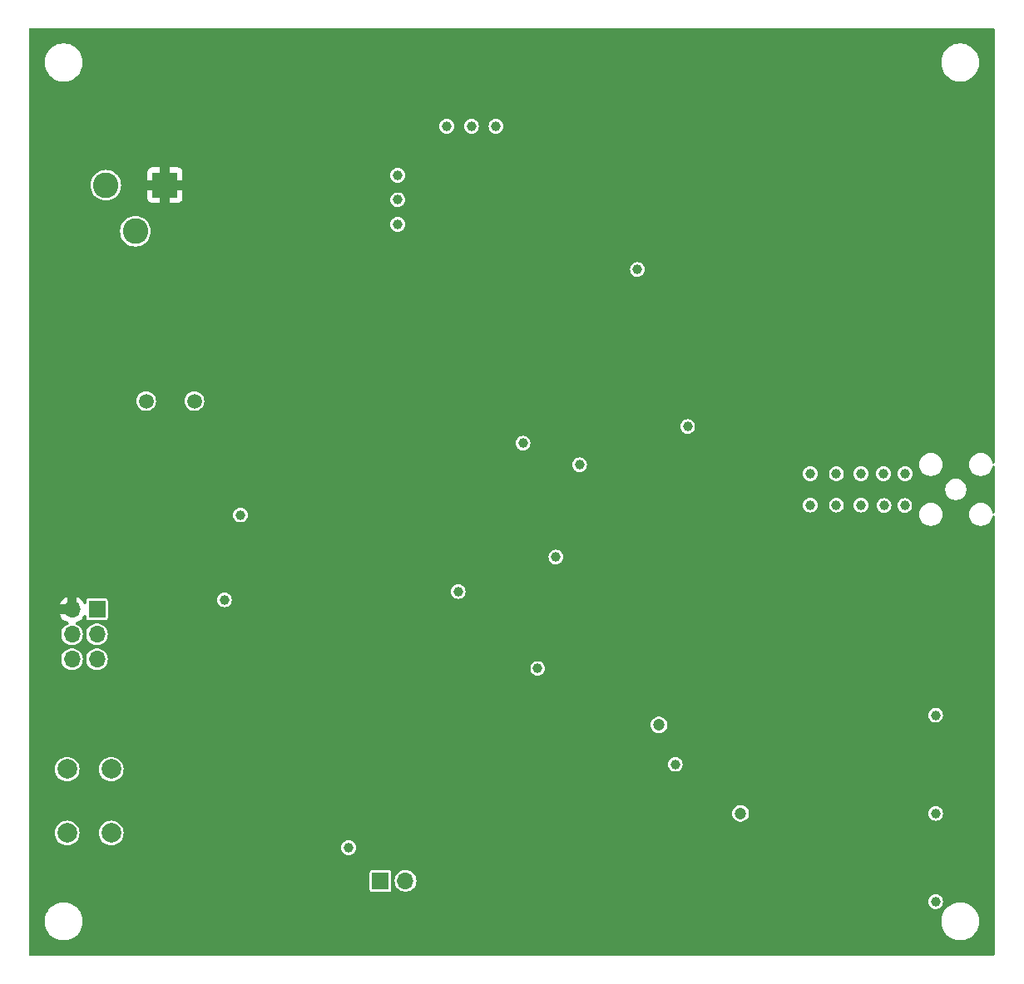
<source format=gbr>
%TF.GenerationSoftware,KiCad,Pcbnew,8.0.0*%
%TF.CreationDate,2024-03-04T22:35:08+02:00*%
%TF.ProjectId,Intercom_SMS_Sender,496e7465-7263-46f6-9d5f-534d535f5365,rev?*%
%TF.SameCoordinates,PX77ecaf0PY7735940*%
%TF.FileFunction,Copper,L3,Inr*%
%TF.FilePolarity,Positive*%
%FSLAX46Y46*%
G04 Gerber Fmt 4.6, Leading zero omitted, Abs format (unit mm)*
G04 Created by KiCad (PCBNEW 8.0.0) date 2024-03-04 22:35:08*
%MOMM*%
%LPD*%
G01*
G04 APERTURE LIST*
%TA.AperFunction,ComponentPad*%
%ADD10C,1.200000*%
%TD*%
%TA.AperFunction,ComponentPad*%
%ADD11R,1.700000X1.700000*%
%TD*%
%TA.AperFunction,ComponentPad*%
%ADD12O,1.700000X1.700000*%
%TD*%
%TA.AperFunction,ComponentPad*%
%ADD13C,1.500000*%
%TD*%
%TA.AperFunction,ComponentPad*%
%ADD14C,2.000000*%
%TD*%
%TA.AperFunction,ComponentPad*%
%ADD15R,2.600000X2.600000*%
%TD*%
%TA.AperFunction,ComponentPad*%
%ADD16C,2.600000*%
%TD*%
%TA.AperFunction,ViaPad*%
%ADD17C,1.000000*%
%TD*%
%TA.AperFunction,ViaPad*%
%ADD18C,2.000000*%
%TD*%
G04 APERTURE END LIST*
D10*
%TO.N,N/C*%
%TO.C,J3*%
X72900000Y15000000D03*
X64600000Y24000000D03*
%TD*%
D11*
%TO.N,/MISO*%
%TO.C,J5*%
X7390000Y35775000D03*
D12*
%TO.N,+5V*%
X4850000Y35775000D03*
%TO.N,/SCK*%
X7390000Y33235000D03*
%TO.N,/MOSI*%
X4850000Y33235000D03*
%TO.N,/RESET*%
X7390000Y30695000D03*
%TO.N,GND*%
X4850000Y30695000D03*
%TD*%
D11*
%TO.N,Net-(J2-Pin_1)*%
%TO.C,J2*%
X36250000Y8120000D03*
D12*
%TO.N,Net-(J2-Pin_2)*%
X38790000Y8120000D03*
%TD*%
D13*
%TO.N,Net-(U2-XTAL2{slash}PB7)*%
%TO.C,Y1*%
X12400000Y57000000D03*
%TO.N,Net-(U2-XTAL1{slash}PB6)*%
X17300000Y57000000D03*
%TD*%
D14*
%TO.N,/RESET*%
%TO.C,SW1*%
X8850000Y19500000D03*
X8850000Y13000000D03*
%TO.N,GND*%
X4350000Y19500000D03*
X4350000Y13000000D03*
%TD*%
D15*
%TO.N,+5V*%
%TO.C,J1*%
X14300000Y79000000D03*
D16*
%TO.N,GND*%
X8300000Y79000000D03*
X11300000Y74300000D03*
%TD*%
D17*
%TO.N,GND*%
X85150000Y49600000D03*
X38000000Y75000000D03*
X43000000Y85000000D03*
X92750000Y15000000D03*
X38000000Y80000000D03*
X87500000Y46350000D03*
X85150000Y46400000D03*
X92750000Y6000000D03*
X33000000Y11500000D03*
X48000000Y85000000D03*
X52250000Y29750000D03*
X20350000Y36750000D03*
X92750000Y25000000D03*
X87450000Y49600000D03*
X82650000Y49600000D03*
X45500000Y85000000D03*
X80000000Y49600000D03*
X80000000Y46400000D03*
X82650000Y46400000D03*
X38000000Y77500000D03*
X89600000Y46350000D03*
X66250000Y20000000D03*
X89650000Y49600000D03*
D18*
%TO.N,+5V*%
X36500000Y67400000D03*
X63200000Y75800000D03*
D17*
X38750000Y37050000D03*
X21700000Y19500000D03*
X24300000Y59300000D03*
X43050000Y29000000D03*
%TO.N,/RESET*%
X62400000Y70400000D03*
X22000000Y45400000D03*
%TO.N,+1V8*%
X50750000Y52700000D03*
X67500000Y54400000D03*
X44150000Y37600000D03*
%TO.N,Net-(Q1-S)*%
X54100000Y41100000D03*
X56500000Y50500000D03*
%TD*%
%TA.AperFunction,Conductor*%
%TO.N,+5V*%
G36*
X5350000Y35399000D02*
G01*
X5330315Y35331961D01*
X5277511Y35286206D01*
X5226000Y35275000D01*
X4915826Y35275000D01*
X5042993Y35309075D01*
X5157007Y35374901D01*
X5250099Y35467993D01*
X5315925Y35582007D01*
X5350000Y35709174D01*
X5350000Y35399000D01*
G37*
%TD.AperFunction*%
%TA.AperFunction,Conductor*%
G36*
X98692539Y94979815D02*
G01*
X98738294Y94927011D01*
X98749500Y94875500D01*
X98749500Y50762625D01*
X98729815Y50695586D01*
X98677011Y50649831D01*
X98607853Y50639887D01*
X98544297Y50668912D01*
X98506523Y50727690D01*
X98503027Y50743227D01*
X98501825Y50750811D01*
X98491432Y50816434D01*
X98491431Y50816438D01*
X98491431Y50816439D01*
X98434013Y50993153D01*
X98349653Y51158718D01*
X98240435Y51309044D01*
X98109044Y51440435D01*
X97958717Y51549654D01*
X97793152Y51634014D01*
X97616437Y51691432D01*
X97478788Y51713233D01*
X97432907Y51720500D01*
X97247093Y51720500D01*
X97185917Y51710811D01*
X97063564Y51691432D01*
X97063561Y51691432D01*
X96886847Y51634014D01*
X96721282Y51549654D01*
X96635515Y51487341D01*
X96570956Y51440435D01*
X96570954Y51440433D01*
X96570953Y51440433D01*
X96439567Y51309047D01*
X96439567Y51309046D01*
X96439565Y51309044D01*
X96400481Y51255249D01*
X96330346Y51158718D01*
X96245986Y50993153D01*
X96188568Y50816439D01*
X96188568Y50816436D01*
X96159500Y50632907D01*
X96159500Y50447094D01*
X96188568Y50263565D01*
X96188568Y50263562D01*
X96245986Y50086848D01*
X96245988Y50086845D01*
X96330346Y49921283D01*
X96439565Y49770956D01*
X96570956Y49639565D01*
X96721283Y49530346D01*
X96886845Y49445988D01*
X96886847Y49445987D01*
X97063562Y49388569D01*
X97063563Y49388569D01*
X97063566Y49388568D01*
X97247093Y49359500D01*
X97247094Y49359500D01*
X97432906Y49359500D01*
X97432907Y49359500D01*
X97616434Y49388568D01*
X97616437Y49388569D01*
X97616438Y49388569D01*
X97793152Y49445987D01*
X97793152Y49445988D01*
X97793155Y49445988D01*
X97958717Y49530346D01*
X98109044Y49639565D01*
X98240435Y49770956D01*
X98349654Y49921283D01*
X98434012Y50086845D01*
X98491432Y50263566D01*
X98503027Y50336775D01*
X98532956Y50399908D01*
X98592267Y50436840D01*
X98662130Y50435842D01*
X98720363Y50397232D01*
X98748477Y50333269D01*
X98749500Y50317376D01*
X98749500Y45682625D01*
X98729815Y45615586D01*
X98677011Y45569831D01*
X98607853Y45559887D01*
X98544297Y45588912D01*
X98506523Y45647690D01*
X98503027Y45663227D01*
X98501825Y45670811D01*
X98491432Y45736434D01*
X98491431Y45736438D01*
X98491431Y45736439D01*
X98434013Y45913153D01*
X98434012Y45913155D01*
X98349654Y46078717D01*
X98240435Y46229044D01*
X98109044Y46360435D01*
X97958717Y46469654D01*
X97863717Y46518059D01*
X97793152Y46554014D01*
X97616437Y46611432D01*
X97478788Y46633233D01*
X97432907Y46640500D01*
X97247093Y46640500D01*
X97185917Y46630811D01*
X97063564Y46611432D01*
X97063561Y46611432D01*
X96886847Y46554014D01*
X96721282Y46469654D01*
X96635515Y46407341D01*
X96570956Y46360435D01*
X96570954Y46360433D01*
X96570953Y46360433D01*
X96439567Y46229047D01*
X96439567Y46229046D01*
X96439565Y46229044D01*
X96405345Y46181944D01*
X96330346Y46078718D01*
X96245986Y45913153D01*
X96188568Y45736439D01*
X96188568Y45736436D01*
X96159500Y45552907D01*
X96159500Y45367094D01*
X96188568Y45183565D01*
X96188568Y45183562D01*
X96245986Y45006848D01*
X96245988Y45006845D01*
X96330346Y44841283D01*
X96439565Y44690956D01*
X96570956Y44559565D01*
X96721283Y44450346D01*
X96886845Y44365988D01*
X96886847Y44365987D01*
X97063562Y44308569D01*
X97063563Y44308569D01*
X97063566Y44308568D01*
X97247093Y44279500D01*
X97247094Y44279500D01*
X97432906Y44279500D01*
X97432907Y44279500D01*
X97616434Y44308568D01*
X97616437Y44308569D01*
X97616438Y44308569D01*
X97793152Y44365987D01*
X97793152Y44365988D01*
X97793155Y44365988D01*
X97958717Y44450346D01*
X98109044Y44559565D01*
X98240435Y44690956D01*
X98349654Y44841283D01*
X98434012Y45006845D01*
X98491432Y45183566D01*
X98503027Y45256775D01*
X98532956Y45319908D01*
X98592267Y45356840D01*
X98662130Y45355842D01*
X98720363Y45317232D01*
X98748477Y45253269D01*
X98749500Y45237376D01*
X98749500Y624500D01*
X98729815Y557461D01*
X98677011Y511706D01*
X98625500Y500500D01*
X624500Y500500D01*
X557461Y520185D01*
X511706Y572989D01*
X500500Y624500D01*
X500500Y3873461D01*
X2069500Y3873461D01*
X2097011Y3664503D01*
X2102532Y3622570D01*
X2102533Y3622568D01*
X2168029Y3378131D01*
X2168032Y3378121D01*
X2264869Y3144337D01*
X2264872Y3144330D01*
X2391404Y2925170D01*
X2391406Y2925167D01*
X2391407Y2925166D01*
X2545457Y2724404D01*
X2545463Y2724397D01*
X2724396Y2545464D01*
X2724402Y2545459D01*
X2925170Y2391404D01*
X3144330Y2264872D01*
X3378130Y2168029D01*
X3622570Y2102532D01*
X3873468Y2069500D01*
X3873475Y2069500D01*
X4126525Y2069500D01*
X4126532Y2069500D01*
X4377430Y2102532D01*
X4621870Y2168029D01*
X4855670Y2264872D01*
X5074830Y2391404D01*
X5275598Y2545459D01*
X5454541Y2724402D01*
X5608596Y2925170D01*
X5735128Y3144330D01*
X5831971Y3378130D01*
X5897468Y3622570D01*
X5930499Y3873461D01*
X93319500Y3873461D01*
X93347011Y3664503D01*
X93352532Y3622570D01*
X93352533Y3622568D01*
X93418029Y3378131D01*
X93418032Y3378121D01*
X93514869Y3144337D01*
X93514872Y3144330D01*
X93641404Y2925170D01*
X93641406Y2925167D01*
X93641407Y2925166D01*
X93795457Y2724404D01*
X93795463Y2724397D01*
X93974396Y2545464D01*
X93974402Y2545459D01*
X94175170Y2391404D01*
X94394330Y2264872D01*
X94628130Y2168029D01*
X94872570Y2102532D01*
X95123468Y2069500D01*
X95123475Y2069500D01*
X95376525Y2069500D01*
X95376532Y2069500D01*
X95627430Y2102532D01*
X95871870Y2168029D01*
X96105670Y2264872D01*
X96324830Y2391404D01*
X96525598Y2545459D01*
X96704541Y2724402D01*
X96858596Y2925170D01*
X96985128Y3144330D01*
X97081971Y3378130D01*
X97147468Y3622570D01*
X97180500Y3873468D01*
X97180500Y4126532D01*
X97147468Y4377430D01*
X97081971Y4621870D01*
X96985128Y4855670D01*
X96858596Y5074830D01*
X96728211Y5244751D01*
X96704542Y5275597D01*
X96704536Y5275604D01*
X96525603Y5454537D01*
X96525596Y5454543D01*
X96324834Y5608593D01*
X96324833Y5608594D01*
X96324830Y5608596D01*
X96105670Y5735128D01*
X96105663Y5735131D01*
X95871879Y5831968D01*
X95871872Y5831970D01*
X95871870Y5831971D01*
X95627430Y5897468D01*
X95585497Y5902989D01*
X95376539Y5930500D01*
X95376532Y5930500D01*
X95123468Y5930500D01*
X95123460Y5930500D01*
X94884649Y5899059D01*
X94872570Y5897468D01*
X94628130Y5831971D01*
X94628120Y5831968D01*
X94394336Y5735131D01*
X94394327Y5735127D01*
X94175165Y5608593D01*
X93974403Y5454543D01*
X93974396Y5454537D01*
X93795463Y5275604D01*
X93795457Y5275597D01*
X93641407Y5074835D01*
X93514873Y4855673D01*
X93514869Y4855664D01*
X93418032Y4621880D01*
X93418029Y4621870D01*
X93352533Y4377433D01*
X93352531Y4377422D01*
X93319500Y4126540D01*
X93319500Y3873461D01*
X5930499Y3873461D01*
X5930500Y3873468D01*
X5930500Y4126532D01*
X5897468Y4377430D01*
X5831971Y4621870D01*
X5735128Y4855670D01*
X5608596Y5074830D01*
X5478211Y5244751D01*
X5454542Y5275597D01*
X5454536Y5275604D01*
X5275603Y5454537D01*
X5275596Y5454543D01*
X5074834Y5608593D01*
X5074833Y5608594D01*
X5074830Y5608596D01*
X4855670Y5735128D01*
X4855663Y5735131D01*
X4621879Y5831968D01*
X4621872Y5831970D01*
X4621870Y5831971D01*
X4377430Y5897468D01*
X4335497Y5902989D01*
X4126539Y5930500D01*
X4126532Y5930500D01*
X3873468Y5930500D01*
X3873460Y5930500D01*
X3634649Y5899059D01*
X3622570Y5897468D01*
X3378130Y5831971D01*
X3378120Y5831968D01*
X3144336Y5735131D01*
X3144327Y5735127D01*
X2925165Y5608593D01*
X2724403Y5454543D01*
X2724396Y5454537D01*
X2545463Y5275604D01*
X2545457Y5275597D01*
X2391407Y5074835D01*
X2264873Y4855673D01*
X2264869Y4855664D01*
X2168032Y4621880D01*
X2168029Y4621870D01*
X2102533Y4377433D01*
X2102531Y4377422D01*
X2069500Y4126540D01*
X2069500Y3873461D01*
X500500Y3873461D01*
X500500Y5999998D01*
X91994751Y5999998D01*
X92013685Y5831944D01*
X92069545Y5672306D01*
X92069547Y5672303D01*
X92159518Y5529116D01*
X92159523Y5529110D01*
X92279109Y5409524D01*
X92279115Y5409519D01*
X92422302Y5319548D01*
X92422305Y5319546D01*
X92422309Y5319545D01*
X92422310Y5319544D01*
X92494913Y5294140D01*
X92581943Y5263686D01*
X92749997Y5244751D01*
X92750000Y5244751D01*
X92750003Y5244751D01*
X92918056Y5263686D01*
X92952096Y5275597D01*
X93077690Y5319544D01*
X93077692Y5319546D01*
X93077694Y5319546D01*
X93077697Y5319548D01*
X93220884Y5409519D01*
X93220885Y5409520D01*
X93220890Y5409523D01*
X93340477Y5529110D01*
X93430452Y5672303D01*
X93430454Y5672306D01*
X93430454Y5672308D01*
X93430456Y5672310D01*
X93486313Y5831941D01*
X93486313Y5831942D01*
X93486314Y5831944D01*
X93505249Y5999998D01*
X93505249Y6000003D01*
X93486314Y6168057D01*
X93430454Y6327695D01*
X93430452Y6327698D01*
X93340481Y6470885D01*
X93340476Y6470891D01*
X93220890Y6590477D01*
X93220884Y6590482D01*
X93077697Y6680453D01*
X93077694Y6680455D01*
X92918056Y6736315D01*
X92750003Y6755249D01*
X92749997Y6755249D01*
X92581943Y6736315D01*
X92422305Y6680455D01*
X92422302Y6680453D01*
X92279115Y6590482D01*
X92279109Y6590477D01*
X92159523Y6470891D01*
X92159518Y6470885D01*
X92069547Y6327698D01*
X92069545Y6327695D01*
X92013685Y6168057D01*
X91994751Y6000003D01*
X91994751Y5999998D01*
X500500Y5999998D01*
X500500Y7245322D01*
X35149500Y7245322D01*
X35164032Y7172265D01*
X35164033Y7172261D01*
X35164034Y7172260D01*
X35219399Y7089399D01*
X35302260Y7034034D01*
X35302264Y7034033D01*
X35375321Y7019501D01*
X35375324Y7019500D01*
X35375326Y7019500D01*
X37124676Y7019500D01*
X37124677Y7019501D01*
X37197740Y7034034D01*
X37280601Y7089399D01*
X37335966Y7172260D01*
X37350500Y7245326D01*
X37350500Y8120000D01*
X37684785Y8120000D01*
X37703602Y7916918D01*
X37759417Y7720753D01*
X37759422Y7720740D01*
X37850327Y7538179D01*
X37973237Y7375419D01*
X38123958Y7238020D01*
X38123960Y7238018D01*
X38223141Y7176608D01*
X38297363Y7130652D01*
X38487544Y7056976D01*
X38688024Y7019500D01*
X38688026Y7019500D01*
X38891974Y7019500D01*
X38891976Y7019500D01*
X39092456Y7056976D01*
X39282637Y7130652D01*
X39456041Y7238019D01*
X39606764Y7375421D01*
X39729673Y7538179D01*
X39820582Y7720750D01*
X39876397Y7916917D01*
X39895215Y8120000D01*
X39876397Y8323083D01*
X39820582Y8519250D01*
X39729673Y8701821D01*
X39606764Y8864579D01*
X39606762Y8864582D01*
X39456041Y9001981D01*
X39456039Y9001983D01*
X39282642Y9109345D01*
X39282635Y9109349D01*
X39176150Y9150601D01*
X39092456Y9183024D01*
X38891976Y9220500D01*
X38688024Y9220500D01*
X38487544Y9183024D01*
X38487541Y9183024D01*
X38487541Y9183023D01*
X38297364Y9109349D01*
X38297357Y9109345D01*
X38123960Y9001983D01*
X38123958Y9001981D01*
X37973237Y8864582D01*
X37850327Y8701822D01*
X37759422Y8519261D01*
X37759417Y8519248D01*
X37703602Y8323083D01*
X37684785Y8120001D01*
X37684785Y8120000D01*
X37350500Y8120000D01*
X37350500Y8994674D01*
X37350500Y8994677D01*
X37350499Y8994679D01*
X37335967Y9067736D01*
X37335966Y9067740D01*
X37280601Y9150601D01*
X37197740Y9205966D01*
X37197739Y9205967D01*
X37197735Y9205968D01*
X37124677Y9220500D01*
X37124674Y9220500D01*
X35375326Y9220500D01*
X35375323Y9220500D01*
X35302264Y9205968D01*
X35302260Y9205967D01*
X35219399Y9150601D01*
X35164033Y9067740D01*
X35164032Y9067736D01*
X35149500Y8994679D01*
X35149500Y7245322D01*
X500500Y7245322D01*
X500500Y11499998D01*
X32244751Y11499998D01*
X32263685Y11331944D01*
X32319545Y11172306D01*
X32319547Y11172303D01*
X32409518Y11029116D01*
X32409523Y11029110D01*
X32529109Y10909524D01*
X32529115Y10909519D01*
X32672302Y10819548D01*
X32672305Y10819546D01*
X32672309Y10819545D01*
X32672310Y10819544D01*
X32744913Y10794140D01*
X32831943Y10763686D01*
X32999997Y10744751D01*
X33000000Y10744751D01*
X33000003Y10744751D01*
X33168056Y10763686D01*
X33168059Y10763687D01*
X33327690Y10819544D01*
X33327692Y10819546D01*
X33327694Y10819546D01*
X33327697Y10819548D01*
X33470884Y10909519D01*
X33470885Y10909520D01*
X33470890Y10909523D01*
X33590477Y11029110D01*
X33680452Y11172303D01*
X33680454Y11172306D01*
X33680454Y11172308D01*
X33680456Y11172310D01*
X33736313Y11331941D01*
X33736313Y11331942D01*
X33736314Y11331944D01*
X33755249Y11499998D01*
X33755249Y11500003D01*
X33736314Y11668057D01*
X33680454Y11827695D01*
X33680452Y11827698D01*
X33590481Y11970885D01*
X33590476Y11970891D01*
X33470890Y12090477D01*
X33470884Y12090482D01*
X33327697Y12180453D01*
X33327694Y12180455D01*
X33168056Y12236315D01*
X33000003Y12255249D01*
X32999997Y12255249D01*
X32831943Y12236315D01*
X32672305Y12180455D01*
X32672302Y12180453D01*
X32529115Y12090482D01*
X32529109Y12090477D01*
X32409523Y11970891D01*
X32409518Y11970885D01*
X32319547Y11827698D01*
X32319545Y11827695D01*
X32263685Y11668057D01*
X32244751Y11500003D01*
X32244751Y11499998D01*
X500500Y11499998D01*
X500500Y12999998D01*
X3094723Y12999998D01*
X3113793Y12782025D01*
X3113793Y12782021D01*
X3170422Y12570678D01*
X3170424Y12570674D01*
X3170425Y12570670D01*
X3216661Y12471516D01*
X3262897Y12372362D01*
X3262898Y12372361D01*
X3388402Y12193123D01*
X3543123Y12038402D01*
X3722361Y11912898D01*
X3920670Y11820425D01*
X4132023Y11763793D01*
X4314926Y11747792D01*
X4349998Y11744723D01*
X4350000Y11744723D01*
X4350002Y11744723D01*
X4378254Y11747195D01*
X4567977Y11763793D01*
X4779330Y11820425D01*
X4977639Y11912898D01*
X5156877Y12038402D01*
X5311598Y12193123D01*
X5437102Y12372361D01*
X5529575Y12570670D01*
X5586207Y12782023D01*
X5605277Y12999998D01*
X7594723Y12999998D01*
X7613793Y12782025D01*
X7613793Y12782021D01*
X7670422Y12570678D01*
X7670424Y12570674D01*
X7670425Y12570670D01*
X7716661Y12471516D01*
X7762897Y12372362D01*
X7762898Y12372361D01*
X7888402Y12193123D01*
X8043123Y12038402D01*
X8222361Y11912898D01*
X8420670Y11820425D01*
X8632023Y11763793D01*
X8814926Y11747792D01*
X8849998Y11744723D01*
X8850000Y11744723D01*
X8850002Y11744723D01*
X8878254Y11747195D01*
X9067977Y11763793D01*
X9279330Y11820425D01*
X9477639Y11912898D01*
X9656877Y12038402D01*
X9811598Y12193123D01*
X9937102Y12372361D01*
X10029575Y12570670D01*
X10086207Y12782023D01*
X10105277Y13000000D01*
X10086207Y13217977D01*
X10029575Y13429330D01*
X9937102Y13627638D01*
X9937100Y13627641D01*
X9937099Y13627643D01*
X9811599Y13806876D01*
X9811596Y13806879D01*
X9656877Y13961598D01*
X9477639Y14087102D01*
X9477640Y14087102D01*
X9477638Y14087103D01*
X9343826Y14149500D01*
X9279330Y14179575D01*
X9279326Y14179576D01*
X9279322Y14179578D01*
X9067977Y14236207D01*
X8850002Y14255277D01*
X8849998Y14255277D01*
X8729684Y14244751D01*
X8632023Y14236207D01*
X8632020Y14236207D01*
X8420677Y14179578D01*
X8420668Y14179574D01*
X8222361Y14087102D01*
X8222357Y14087100D01*
X8043121Y13961598D01*
X7888402Y13806879D01*
X7762900Y13627643D01*
X7762898Y13627639D01*
X7670426Y13429332D01*
X7670422Y13429323D01*
X7613793Y13217980D01*
X7613793Y13217976D01*
X7594723Y13000003D01*
X7594723Y12999998D01*
X5605277Y12999998D01*
X5605277Y13000000D01*
X5586207Y13217977D01*
X5529575Y13429330D01*
X5437102Y13627638D01*
X5437100Y13627641D01*
X5437099Y13627643D01*
X5311599Y13806876D01*
X5311596Y13806879D01*
X5156877Y13961598D01*
X4977639Y14087102D01*
X4977640Y14087102D01*
X4977638Y14087103D01*
X4843826Y14149500D01*
X4779330Y14179575D01*
X4779326Y14179576D01*
X4779322Y14179578D01*
X4567977Y14236207D01*
X4350002Y14255277D01*
X4349998Y14255277D01*
X4229684Y14244751D01*
X4132023Y14236207D01*
X4132020Y14236207D01*
X3920677Y14179578D01*
X3920668Y14179574D01*
X3722361Y14087102D01*
X3722357Y14087100D01*
X3543121Y13961598D01*
X3388402Y13806879D01*
X3262900Y13627643D01*
X3262898Y13627639D01*
X3170426Y13429332D01*
X3170422Y13429323D01*
X3113793Y13217980D01*
X3113793Y13217976D01*
X3094723Y13000003D01*
X3094723Y12999998D01*
X500500Y12999998D01*
X500500Y15000000D01*
X72044815Y15000000D01*
X72063503Y14822195D01*
X72063504Y14822193D01*
X72118747Y14652171D01*
X72118750Y14652165D01*
X72208141Y14497335D01*
X72249812Y14451054D01*
X72327764Y14364479D01*
X72327767Y14364477D01*
X72327770Y14364474D01*
X72472407Y14259388D01*
X72635733Y14186671D01*
X72810609Y14149500D01*
X72810610Y14149500D01*
X72989389Y14149500D01*
X72989391Y14149500D01*
X73164267Y14186671D01*
X73327593Y14259388D01*
X73472230Y14364474D01*
X73591859Y14497335D01*
X73681250Y14652165D01*
X73736497Y14822197D01*
X73755185Y14999998D01*
X91994751Y14999998D01*
X92013685Y14831944D01*
X92069545Y14672306D01*
X92069547Y14672303D01*
X92159518Y14529116D01*
X92159523Y14529110D01*
X92279109Y14409524D01*
X92279115Y14409519D01*
X92422302Y14319548D01*
X92422305Y14319546D01*
X92422309Y14319545D01*
X92422310Y14319544D01*
X92494913Y14294140D01*
X92581943Y14263686D01*
X92749997Y14244751D01*
X92750000Y14244751D01*
X92750003Y14244751D01*
X92918056Y14263686D01*
X92918059Y14263687D01*
X93077690Y14319544D01*
X93077692Y14319546D01*
X93077694Y14319546D01*
X93077697Y14319548D01*
X93220884Y14409519D01*
X93220885Y14409520D01*
X93220890Y14409523D01*
X93340477Y14529110D01*
X93430452Y14672303D01*
X93430454Y14672306D01*
X93430454Y14672308D01*
X93430456Y14672310D01*
X93486313Y14831941D01*
X93486313Y14831942D01*
X93486314Y14831944D01*
X93505249Y14999998D01*
X93505249Y15000003D01*
X93486314Y15168057D01*
X93430454Y15327695D01*
X93430452Y15327698D01*
X93340481Y15470885D01*
X93340476Y15470891D01*
X93220890Y15590477D01*
X93220884Y15590482D01*
X93077697Y15680453D01*
X93077694Y15680455D01*
X92918056Y15736315D01*
X92750003Y15755249D01*
X92749997Y15755249D01*
X92581943Y15736315D01*
X92422305Y15680455D01*
X92422302Y15680453D01*
X92279115Y15590482D01*
X92279109Y15590477D01*
X92159523Y15470891D01*
X92159518Y15470885D01*
X92069547Y15327698D01*
X92069545Y15327695D01*
X92013685Y15168057D01*
X91994751Y15000003D01*
X91994751Y14999998D01*
X73755185Y14999998D01*
X73755185Y15000000D01*
X73736497Y15177803D01*
X73681250Y15347835D01*
X73591859Y15502665D01*
X73545003Y15554704D01*
X73472235Y15635522D01*
X73472232Y15635524D01*
X73472231Y15635525D01*
X73472230Y15635526D01*
X73327593Y15740612D01*
X73164267Y15813329D01*
X73164265Y15813330D01*
X73036594Y15840467D01*
X72989391Y15850500D01*
X72810609Y15850500D01*
X72779954Y15843985D01*
X72635733Y15813330D01*
X72635728Y15813328D01*
X72472408Y15740613D01*
X72327768Y15635525D01*
X72208140Y15502664D01*
X72118750Y15347836D01*
X72118747Y15347830D01*
X72063504Y15177808D01*
X72063503Y15177806D01*
X72044815Y15000000D01*
X500500Y15000000D01*
X500500Y19500000D01*
X3094723Y19500000D01*
X3110510Y19319544D01*
X3113793Y19282025D01*
X3113793Y19282021D01*
X3170422Y19070678D01*
X3170424Y19070674D01*
X3170425Y19070670D01*
X3216661Y18971516D01*
X3262897Y18872362D01*
X3262898Y18872361D01*
X3388402Y18693123D01*
X3543123Y18538402D01*
X3722361Y18412898D01*
X3920670Y18320425D01*
X4132023Y18263793D01*
X4314926Y18247792D01*
X4349998Y18244723D01*
X4350000Y18244723D01*
X4350002Y18244723D01*
X4378254Y18247195D01*
X4567977Y18263793D01*
X4779330Y18320425D01*
X4977639Y18412898D01*
X5156877Y18538402D01*
X5311598Y18693123D01*
X5437102Y18872361D01*
X5529575Y19070670D01*
X5586207Y19282023D01*
X5605277Y19500000D01*
X7594723Y19500000D01*
X7610510Y19319544D01*
X7613793Y19282025D01*
X7613793Y19282021D01*
X7670422Y19070678D01*
X7670424Y19070674D01*
X7670425Y19070670D01*
X7716661Y18971516D01*
X7762897Y18872362D01*
X7762898Y18872361D01*
X7888402Y18693123D01*
X8043123Y18538402D01*
X8222361Y18412898D01*
X8420670Y18320425D01*
X8632023Y18263793D01*
X8814926Y18247792D01*
X8849998Y18244723D01*
X8850000Y18244723D01*
X8850002Y18244723D01*
X8878254Y18247195D01*
X9067977Y18263793D01*
X9279330Y18320425D01*
X9477639Y18412898D01*
X9656877Y18538402D01*
X9811598Y18693123D01*
X9937102Y18872361D01*
X10029575Y19070670D01*
X10086207Y19282023D01*
X10105277Y19500000D01*
X10086207Y19717977D01*
X10029575Y19929330D01*
X9996622Y19999998D01*
X65494751Y19999998D01*
X65513685Y19831944D01*
X65569545Y19672306D01*
X65569547Y19672303D01*
X65659518Y19529116D01*
X65659523Y19529110D01*
X65779109Y19409524D01*
X65779115Y19409519D01*
X65922302Y19319548D01*
X65922305Y19319546D01*
X65922309Y19319545D01*
X65922310Y19319544D01*
X65994913Y19294140D01*
X66081943Y19263686D01*
X66249997Y19244751D01*
X66250000Y19244751D01*
X66250003Y19244751D01*
X66418056Y19263686D01*
X66418059Y19263687D01*
X66577690Y19319544D01*
X66577692Y19319546D01*
X66577694Y19319546D01*
X66577697Y19319548D01*
X66720884Y19409519D01*
X66720885Y19409520D01*
X66720890Y19409523D01*
X66840477Y19529110D01*
X66930452Y19672303D01*
X66930454Y19672306D01*
X66930454Y19672308D01*
X66930456Y19672310D01*
X66986313Y19831941D01*
X66986313Y19831942D01*
X66986314Y19831944D01*
X67005249Y19999998D01*
X67005249Y20000003D01*
X66986314Y20168057D01*
X66930454Y20327695D01*
X66930452Y20327698D01*
X66840481Y20470885D01*
X66840476Y20470891D01*
X66720890Y20590477D01*
X66720884Y20590482D01*
X66577697Y20680453D01*
X66577694Y20680455D01*
X66418056Y20736315D01*
X66250003Y20755249D01*
X66249997Y20755249D01*
X66081943Y20736315D01*
X65922305Y20680455D01*
X65922302Y20680453D01*
X65779115Y20590482D01*
X65779109Y20590477D01*
X65659523Y20470891D01*
X65659518Y20470885D01*
X65569547Y20327698D01*
X65569545Y20327695D01*
X65513685Y20168057D01*
X65494751Y20000003D01*
X65494751Y19999998D01*
X9996622Y19999998D01*
X9937102Y20127638D01*
X9937100Y20127641D01*
X9937099Y20127643D01*
X9811599Y20306876D01*
X9790777Y20327698D01*
X9656877Y20461598D01*
X9477639Y20587102D01*
X9477640Y20587102D01*
X9477638Y20587103D01*
X9378484Y20633339D01*
X9279330Y20679575D01*
X9279326Y20679576D01*
X9279322Y20679578D01*
X9067977Y20736207D01*
X8850002Y20755277D01*
X8849998Y20755277D01*
X8704682Y20742564D01*
X8632023Y20736207D01*
X8632020Y20736207D01*
X8420677Y20679578D01*
X8420668Y20679574D01*
X8222361Y20587102D01*
X8222357Y20587100D01*
X8043121Y20461598D01*
X7888402Y20306879D01*
X7762900Y20127643D01*
X7762898Y20127639D01*
X7670426Y19929332D01*
X7670422Y19929323D01*
X7613793Y19717980D01*
X7613793Y19717977D01*
X7594723Y19500000D01*
X5605277Y19500000D01*
X5586207Y19717977D01*
X5529575Y19929330D01*
X5437102Y20127638D01*
X5437100Y20127641D01*
X5437099Y20127643D01*
X5311599Y20306876D01*
X5290777Y20327698D01*
X5156877Y20461598D01*
X4977639Y20587102D01*
X4977640Y20587102D01*
X4977638Y20587103D01*
X4878484Y20633339D01*
X4779330Y20679575D01*
X4779326Y20679576D01*
X4779322Y20679578D01*
X4567977Y20736207D01*
X4350002Y20755277D01*
X4349998Y20755277D01*
X4204682Y20742564D01*
X4132023Y20736207D01*
X4132020Y20736207D01*
X3920677Y20679578D01*
X3920668Y20679574D01*
X3722361Y20587102D01*
X3722357Y20587100D01*
X3543121Y20461598D01*
X3388402Y20306879D01*
X3262900Y20127643D01*
X3262898Y20127639D01*
X3170426Y19929332D01*
X3170422Y19929323D01*
X3113793Y19717980D01*
X3113793Y19717977D01*
X3094723Y19500000D01*
X500500Y19500000D01*
X500500Y24000000D01*
X63744815Y24000000D01*
X63763503Y23822195D01*
X63763504Y23822193D01*
X63818747Y23652171D01*
X63818750Y23652165D01*
X63908141Y23497335D01*
X63949812Y23451054D01*
X64027764Y23364479D01*
X64027767Y23364477D01*
X64027770Y23364474D01*
X64172407Y23259388D01*
X64335733Y23186671D01*
X64510609Y23149500D01*
X64510610Y23149500D01*
X64689389Y23149500D01*
X64689391Y23149500D01*
X64864267Y23186671D01*
X65027593Y23259388D01*
X65172230Y23364474D01*
X65291859Y23497335D01*
X65381250Y23652165D01*
X65436497Y23822197D01*
X65455185Y24000000D01*
X65436497Y24177803D01*
X65408591Y24263687D01*
X65381252Y24347830D01*
X65381249Y24347836D01*
X65291859Y24502665D01*
X65245003Y24554704D01*
X65172235Y24635522D01*
X65172232Y24635524D01*
X65172231Y24635525D01*
X65172230Y24635526D01*
X65027593Y24740612D01*
X64864267Y24813329D01*
X64864265Y24813330D01*
X64736594Y24840467D01*
X64689391Y24850500D01*
X64510609Y24850500D01*
X64479954Y24843985D01*
X64335733Y24813330D01*
X64335728Y24813328D01*
X64172408Y24740613D01*
X64027768Y24635525D01*
X63908140Y24502664D01*
X63818750Y24347836D01*
X63818747Y24347830D01*
X63763504Y24177808D01*
X63763503Y24177806D01*
X63744815Y24000000D01*
X500500Y24000000D01*
X500500Y24999998D01*
X91994751Y24999998D01*
X92013685Y24831944D01*
X92069545Y24672306D01*
X92069547Y24672303D01*
X92159518Y24529116D01*
X92159523Y24529110D01*
X92279109Y24409524D01*
X92279115Y24409519D01*
X92422302Y24319548D01*
X92422305Y24319546D01*
X92422309Y24319545D01*
X92422310Y24319544D01*
X92494913Y24294140D01*
X92581943Y24263686D01*
X92749997Y24244751D01*
X92750000Y24244751D01*
X92750003Y24244751D01*
X92918056Y24263686D01*
X92918059Y24263687D01*
X93077690Y24319544D01*
X93077692Y24319546D01*
X93077694Y24319546D01*
X93077697Y24319548D01*
X93220884Y24409519D01*
X93220885Y24409520D01*
X93220890Y24409523D01*
X93340477Y24529110D01*
X93340481Y24529116D01*
X93430452Y24672303D01*
X93430454Y24672306D01*
X93430454Y24672308D01*
X93430456Y24672310D01*
X93486313Y24831941D01*
X93486313Y24831942D01*
X93486314Y24831944D01*
X93505249Y24999998D01*
X93505249Y25000003D01*
X93486314Y25168057D01*
X93430454Y25327695D01*
X93430452Y25327698D01*
X93340481Y25470885D01*
X93340476Y25470891D01*
X93220890Y25590477D01*
X93220884Y25590482D01*
X93077697Y25680453D01*
X93077694Y25680455D01*
X92918056Y25736315D01*
X92750003Y25755249D01*
X92749997Y25755249D01*
X92581943Y25736315D01*
X92422305Y25680455D01*
X92422302Y25680453D01*
X92279115Y25590482D01*
X92279109Y25590477D01*
X92159523Y25470891D01*
X92159518Y25470885D01*
X92069547Y25327698D01*
X92069545Y25327695D01*
X92013685Y25168057D01*
X91994751Y25000003D01*
X91994751Y24999998D01*
X500500Y24999998D01*
X500500Y30695000D01*
X3744785Y30695000D01*
X3763602Y30491918D01*
X3819417Y30295753D01*
X3819422Y30295740D01*
X3910327Y30113179D01*
X4033237Y29950419D01*
X4183958Y29813020D01*
X4183960Y29813018D01*
X4283141Y29751608D01*
X4357363Y29705652D01*
X4547544Y29631976D01*
X4748024Y29594500D01*
X4748026Y29594500D01*
X4951974Y29594500D01*
X4951976Y29594500D01*
X5152456Y29631976D01*
X5342637Y29705652D01*
X5516041Y29813019D01*
X5666764Y29950421D01*
X5789673Y30113179D01*
X5880582Y30295750D01*
X5936397Y30491917D01*
X5955215Y30695000D01*
X6284785Y30695000D01*
X6303602Y30491918D01*
X6359417Y30295753D01*
X6359422Y30295740D01*
X6450327Y30113179D01*
X6573237Y29950419D01*
X6723958Y29813020D01*
X6723960Y29813018D01*
X6823141Y29751608D01*
X6897363Y29705652D01*
X7087544Y29631976D01*
X7288024Y29594500D01*
X7288026Y29594500D01*
X7491974Y29594500D01*
X7491976Y29594500D01*
X7692456Y29631976D01*
X7882637Y29705652D01*
X7954258Y29749998D01*
X51494751Y29749998D01*
X51513685Y29581944D01*
X51569545Y29422306D01*
X51569547Y29422303D01*
X51659518Y29279116D01*
X51659523Y29279110D01*
X51779109Y29159524D01*
X51779115Y29159519D01*
X51922302Y29069548D01*
X51922305Y29069546D01*
X51922309Y29069545D01*
X51922310Y29069544D01*
X51994913Y29044140D01*
X52081943Y29013686D01*
X52249997Y28994751D01*
X52250000Y28994751D01*
X52250003Y28994751D01*
X52418056Y29013686D01*
X52418059Y29013687D01*
X52577690Y29069544D01*
X52577692Y29069546D01*
X52577694Y29069546D01*
X52577697Y29069548D01*
X52720884Y29159519D01*
X52720885Y29159520D01*
X52720890Y29159523D01*
X52840477Y29279110D01*
X52930452Y29422303D01*
X52930454Y29422306D01*
X52930454Y29422308D01*
X52930456Y29422310D01*
X52986313Y29581941D01*
X52986313Y29581942D01*
X52986314Y29581944D01*
X53005249Y29749998D01*
X53005249Y29750003D01*
X52986314Y29918057D01*
X52930454Y30077695D01*
X52930452Y30077698D01*
X52840481Y30220885D01*
X52840476Y30220891D01*
X52720890Y30340477D01*
X52720884Y30340482D01*
X52577697Y30430453D01*
X52577694Y30430455D01*
X52418056Y30486315D01*
X52250003Y30505249D01*
X52249997Y30505249D01*
X52081943Y30486315D01*
X51922305Y30430455D01*
X51922302Y30430453D01*
X51779115Y30340482D01*
X51779109Y30340477D01*
X51659523Y30220891D01*
X51659518Y30220885D01*
X51569547Y30077698D01*
X51569545Y30077695D01*
X51513685Y29918057D01*
X51494751Y29750003D01*
X51494751Y29749998D01*
X7954258Y29749998D01*
X8056041Y29813019D01*
X8206764Y29950421D01*
X8329673Y30113179D01*
X8420582Y30295750D01*
X8476397Y30491917D01*
X8495215Y30695000D01*
X8476397Y30898083D01*
X8420582Y31094250D01*
X8329673Y31276821D01*
X8206764Y31439579D01*
X8206762Y31439582D01*
X8056041Y31576981D01*
X8056039Y31576983D01*
X7882642Y31684345D01*
X7882635Y31684349D01*
X7787546Y31721186D01*
X7692456Y31758024D01*
X7491976Y31795500D01*
X7288024Y31795500D01*
X7087544Y31758024D01*
X7087541Y31758024D01*
X7087541Y31758023D01*
X6897364Y31684349D01*
X6897357Y31684345D01*
X6723960Y31576983D01*
X6723958Y31576981D01*
X6573237Y31439582D01*
X6450327Y31276822D01*
X6359422Y31094261D01*
X6359417Y31094248D01*
X6303602Y30898083D01*
X6284785Y30695001D01*
X6284785Y30695000D01*
X5955215Y30695000D01*
X5936397Y30898083D01*
X5880582Y31094250D01*
X5789673Y31276821D01*
X5666764Y31439579D01*
X5666762Y31439582D01*
X5516041Y31576981D01*
X5516039Y31576983D01*
X5342642Y31684345D01*
X5342635Y31684349D01*
X5247546Y31721186D01*
X5152456Y31758024D01*
X4951976Y31795500D01*
X4748024Y31795500D01*
X4547544Y31758024D01*
X4547541Y31758024D01*
X4547541Y31758023D01*
X4357364Y31684349D01*
X4357357Y31684345D01*
X4183960Y31576983D01*
X4183958Y31576981D01*
X4033237Y31439582D01*
X3910327Y31276822D01*
X3819422Y31094261D01*
X3819417Y31094248D01*
X3763602Y30898083D01*
X3744785Y30695001D01*
X3744785Y30695000D01*
X500500Y30695000D01*
X500500Y35275000D01*
X3593593Y35275000D01*
X3676398Y35097424D01*
X3811894Y34903918D01*
X3978917Y34736895D01*
X4172421Y34601400D01*
X4386507Y34501571D01*
X4386516Y34501567D01*
X4425583Y34491099D01*
X4485244Y34454734D01*
X4515773Y34391887D01*
X4507479Y34322512D01*
X4462993Y34268634D01*
X4438284Y34255698D01*
X4357373Y34224353D01*
X4357357Y34224345D01*
X4183960Y34116983D01*
X4183958Y34116981D01*
X4033237Y33979582D01*
X3910327Y33816822D01*
X3819422Y33634261D01*
X3819417Y33634248D01*
X3763602Y33438083D01*
X3744785Y33235001D01*
X3744785Y33235000D01*
X3763602Y33031918D01*
X3819417Y32835753D01*
X3819422Y32835740D01*
X3910327Y32653179D01*
X4033237Y32490419D01*
X4183958Y32353020D01*
X4183960Y32353018D01*
X4283141Y32291608D01*
X4357363Y32245652D01*
X4547544Y32171976D01*
X4748024Y32134500D01*
X4748026Y32134500D01*
X4951974Y32134500D01*
X4951976Y32134500D01*
X5152456Y32171976D01*
X5342637Y32245652D01*
X5516041Y32353019D01*
X5666764Y32490421D01*
X5789673Y32653179D01*
X5880582Y32835750D01*
X5936397Y33031917D01*
X5955215Y33235000D01*
X6284785Y33235000D01*
X6303602Y33031918D01*
X6359417Y32835753D01*
X6359422Y32835740D01*
X6450327Y32653179D01*
X6573237Y32490419D01*
X6723958Y32353020D01*
X6723960Y32353018D01*
X6823141Y32291608D01*
X6897363Y32245652D01*
X7087544Y32171976D01*
X7288024Y32134500D01*
X7288026Y32134500D01*
X7491974Y32134500D01*
X7491976Y32134500D01*
X7692456Y32171976D01*
X7882637Y32245652D01*
X8056041Y32353019D01*
X8206764Y32490421D01*
X8329673Y32653179D01*
X8420582Y32835750D01*
X8476397Y33031917D01*
X8495215Y33235000D01*
X8476397Y33438083D01*
X8420582Y33634250D01*
X8329673Y33816821D01*
X8206764Y33979579D01*
X8206762Y33979582D01*
X8056041Y34116981D01*
X8056039Y34116983D01*
X7882642Y34224345D01*
X7882635Y34224349D01*
X7768321Y34268634D01*
X7692456Y34298024D01*
X7491976Y34335500D01*
X7288024Y34335500D01*
X7087544Y34298024D01*
X7087541Y34298024D01*
X7087541Y34298023D01*
X6897364Y34224349D01*
X6897357Y34224345D01*
X6723960Y34116983D01*
X6723958Y34116981D01*
X6573237Y33979582D01*
X6450327Y33816822D01*
X6359422Y33634261D01*
X6359417Y33634248D01*
X6303602Y33438083D01*
X6284785Y33235001D01*
X6284785Y33235000D01*
X5955215Y33235000D01*
X5936397Y33438083D01*
X5880582Y33634250D01*
X5789673Y33816821D01*
X5666764Y33979579D01*
X5666762Y33979582D01*
X5516041Y34116981D01*
X5516039Y34116983D01*
X5342642Y34224345D01*
X5342635Y34224349D01*
X5261715Y34255697D01*
X5206313Y34298270D01*
X5182723Y34364037D01*
X5198434Y34432117D01*
X5248458Y34480896D01*
X5274417Y34491099D01*
X5313481Y34501566D01*
X5313492Y34501571D01*
X5527578Y34601400D01*
X5721082Y34736895D01*
X5888105Y34903918D01*
X6023600Y35097423D01*
X6023601Y35097425D01*
X6053118Y35160723D01*
X6099290Y35213163D01*
X6166483Y35232315D01*
X6233364Y35212100D01*
X6278699Y35158935D01*
X6289500Y35108319D01*
X6289500Y34900322D01*
X6304032Y34827265D01*
X6304033Y34827261D01*
X6304034Y34827260D01*
X6359399Y34744399D01*
X6442260Y34689034D01*
X6442264Y34689033D01*
X6515321Y34674501D01*
X6515324Y34674500D01*
X6515326Y34674500D01*
X8264676Y34674500D01*
X8264677Y34674501D01*
X8337740Y34689034D01*
X8420601Y34744399D01*
X8475966Y34827260D01*
X8490500Y34900326D01*
X8490500Y36649674D01*
X8490500Y36649677D01*
X8490499Y36649679D01*
X8475967Y36722736D01*
X8475966Y36722740D01*
X8457753Y36749998D01*
X19594751Y36749998D01*
X19613685Y36581944D01*
X19669545Y36422306D01*
X19669547Y36422303D01*
X19759518Y36279116D01*
X19759523Y36279110D01*
X19879109Y36159524D01*
X19879115Y36159519D01*
X20022302Y36069548D01*
X20022305Y36069546D01*
X20022309Y36069545D01*
X20022310Y36069544D01*
X20094913Y36044140D01*
X20181943Y36013686D01*
X20349997Y35994751D01*
X20350000Y35994751D01*
X20350003Y35994751D01*
X20518056Y36013686D01*
X20518059Y36013687D01*
X20677690Y36069544D01*
X20677692Y36069546D01*
X20677694Y36069546D01*
X20677697Y36069548D01*
X20820884Y36159519D01*
X20820885Y36159520D01*
X20820890Y36159523D01*
X20940477Y36279110D01*
X20940481Y36279116D01*
X21030452Y36422303D01*
X21030454Y36422306D01*
X21030454Y36422308D01*
X21030456Y36422310D01*
X21086313Y36581941D01*
X21086313Y36581942D01*
X21086314Y36581944D01*
X21105249Y36749998D01*
X21105249Y36750003D01*
X21086314Y36918057D01*
X21030454Y37077695D01*
X21030452Y37077698D01*
X20940481Y37220885D01*
X20940476Y37220891D01*
X20820890Y37340477D01*
X20820884Y37340482D01*
X20677697Y37430453D01*
X20677694Y37430455D01*
X20518056Y37486315D01*
X20350003Y37505249D01*
X20349997Y37505249D01*
X20181943Y37486315D01*
X20022305Y37430455D01*
X20022302Y37430453D01*
X19879115Y37340482D01*
X19879109Y37340477D01*
X19759523Y37220891D01*
X19759518Y37220885D01*
X19669547Y37077698D01*
X19669545Y37077695D01*
X19613685Y36918057D01*
X19594751Y36750003D01*
X19594751Y36749998D01*
X8457753Y36749998D01*
X8420601Y36805601D01*
X8337740Y36860966D01*
X8337739Y36860967D01*
X8337735Y36860968D01*
X8264677Y36875500D01*
X8264674Y36875500D01*
X6515326Y36875500D01*
X6515323Y36875500D01*
X6442264Y36860968D01*
X6442260Y36860967D01*
X6359399Y36805601D01*
X6304033Y36722740D01*
X6304032Y36722736D01*
X6289500Y36649679D01*
X6289500Y36441682D01*
X6269815Y36374643D01*
X6217011Y36328888D01*
X6147853Y36318944D01*
X6084297Y36347969D01*
X6053118Y36389277D01*
X6023600Y36452578D01*
X6023599Y36452580D01*
X5888113Y36646074D01*
X5888108Y36646080D01*
X5721082Y36813106D01*
X5527576Y36948602D01*
X5350000Y37031407D01*
X5350000Y35840826D01*
X5315925Y35967993D01*
X5250099Y36082007D01*
X5157007Y36175099D01*
X5042993Y36240925D01*
X4915826Y36275000D01*
X4784174Y36275000D01*
X4657007Y36240925D01*
X4542993Y36175099D01*
X4449901Y36082007D01*
X4384075Y35967993D01*
X4350000Y35840826D01*
X4350000Y35709174D01*
X4384075Y35582007D01*
X4449901Y35467993D01*
X4542993Y35374901D01*
X4657007Y35309075D01*
X4784174Y35275000D01*
X3593593Y35275000D01*
X500500Y35275000D01*
X500500Y36275000D01*
X3593594Y36275000D01*
X4350000Y36275000D01*
X4350000Y37031407D01*
X4349999Y37031407D01*
X4172422Y36948601D01*
X4172420Y36948600D01*
X3978926Y36813114D01*
X3978920Y36813109D01*
X3811891Y36646080D01*
X3811886Y36646074D01*
X3676402Y36452583D01*
X3676400Y36452579D01*
X3593594Y36275001D01*
X3593594Y36275000D01*
X500500Y36275000D01*
X500500Y37599998D01*
X43394751Y37599998D01*
X43413685Y37431944D01*
X43469545Y37272306D01*
X43469547Y37272303D01*
X43559518Y37129116D01*
X43559523Y37129110D01*
X43679109Y37009524D01*
X43679115Y37009519D01*
X43822302Y36919548D01*
X43822305Y36919546D01*
X43822309Y36919545D01*
X43822310Y36919544D01*
X43826560Y36918057D01*
X43981943Y36863686D01*
X44149997Y36844751D01*
X44150000Y36844751D01*
X44150003Y36844751D01*
X44318056Y36863686D01*
X44318059Y36863687D01*
X44477690Y36919544D01*
X44477692Y36919546D01*
X44477694Y36919546D01*
X44477697Y36919548D01*
X44620884Y37009519D01*
X44620885Y37009520D01*
X44620890Y37009523D01*
X44740477Y37129110D01*
X44740481Y37129116D01*
X44830452Y37272303D01*
X44830454Y37272306D01*
X44830454Y37272308D01*
X44830456Y37272310D01*
X44886313Y37431941D01*
X44886313Y37431942D01*
X44886314Y37431944D01*
X44905249Y37599998D01*
X44905249Y37600003D01*
X44886314Y37768057D01*
X44830454Y37927695D01*
X44830452Y37927698D01*
X44740481Y38070885D01*
X44740476Y38070891D01*
X44620890Y38190477D01*
X44620884Y38190482D01*
X44477697Y38280453D01*
X44477694Y38280455D01*
X44318056Y38336315D01*
X44150003Y38355249D01*
X44149997Y38355249D01*
X43981943Y38336315D01*
X43822305Y38280455D01*
X43822302Y38280453D01*
X43679115Y38190482D01*
X43679109Y38190477D01*
X43559523Y38070891D01*
X43559518Y38070885D01*
X43469547Y37927698D01*
X43469545Y37927695D01*
X43413685Y37768057D01*
X43394751Y37600003D01*
X43394751Y37599998D01*
X500500Y37599998D01*
X500500Y41099998D01*
X53344751Y41099998D01*
X53363685Y40931944D01*
X53419545Y40772306D01*
X53419547Y40772303D01*
X53509518Y40629116D01*
X53509523Y40629110D01*
X53629109Y40509524D01*
X53629115Y40509519D01*
X53772302Y40419548D01*
X53772305Y40419546D01*
X53772309Y40419545D01*
X53772310Y40419544D01*
X53844913Y40394140D01*
X53931943Y40363686D01*
X54099997Y40344751D01*
X54100000Y40344751D01*
X54100003Y40344751D01*
X54268056Y40363686D01*
X54268059Y40363687D01*
X54427690Y40419544D01*
X54427692Y40419546D01*
X54427694Y40419546D01*
X54427697Y40419548D01*
X54570884Y40509519D01*
X54570885Y40509520D01*
X54570890Y40509523D01*
X54690477Y40629110D01*
X54780452Y40772303D01*
X54780454Y40772306D01*
X54780454Y40772308D01*
X54780456Y40772310D01*
X54836313Y40931941D01*
X54836313Y40931942D01*
X54836314Y40931944D01*
X54855249Y41099998D01*
X54855249Y41100003D01*
X54836314Y41268057D01*
X54780454Y41427695D01*
X54780452Y41427698D01*
X54690481Y41570885D01*
X54690476Y41570891D01*
X54570890Y41690477D01*
X54570884Y41690482D01*
X54427697Y41780453D01*
X54427694Y41780455D01*
X54268056Y41836315D01*
X54100003Y41855249D01*
X54099997Y41855249D01*
X53931943Y41836315D01*
X53772305Y41780455D01*
X53772302Y41780453D01*
X53629115Y41690482D01*
X53629109Y41690477D01*
X53509523Y41570891D01*
X53509518Y41570885D01*
X53419547Y41427698D01*
X53419545Y41427695D01*
X53363685Y41268057D01*
X53344751Y41100003D01*
X53344751Y41099998D01*
X500500Y41099998D01*
X500500Y45399998D01*
X21244751Y45399998D01*
X21263685Y45231944D01*
X21319545Y45072306D01*
X21319547Y45072303D01*
X21409518Y44929116D01*
X21409523Y44929110D01*
X21529109Y44809524D01*
X21529115Y44809519D01*
X21672302Y44719548D01*
X21672305Y44719546D01*
X21672309Y44719545D01*
X21672310Y44719544D01*
X21744913Y44694140D01*
X21831943Y44663686D01*
X21999997Y44644751D01*
X22000000Y44644751D01*
X22000003Y44644751D01*
X22168056Y44663686D01*
X22168059Y44663687D01*
X22327690Y44719544D01*
X22327692Y44719546D01*
X22327694Y44719546D01*
X22327697Y44719548D01*
X22470884Y44809519D01*
X22470885Y44809520D01*
X22470890Y44809523D01*
X22590477Y44929110D01*
X22590481Y44929116D01*
X22680452Y45072303D01*
X22680454Y45072306D01*
X22680454Y45072308D01*
X22680456Y45072310D01*
X22736313Y45231941D01*
X22736313Y45231942D01*
X22736314Y45231944D01*
X22751542Y45367094D01*
X91079500Y45367094D01*
X91108568Y45183565D01*
X91108568Y45183562D01*
X91165986Y45006848D01*
X91165988Y45006845D01*
X91250346Y44841283D01*
X91359565Y44690956D01*
X91490956Y44559565D01*
X91641283Y44450346D01*
X91806845Y44365988D01*
X91806847Y44365987D01*
X91983562Y44308569D01*
X91983563Y44308569D01*
X91983566Y44308568D01*
X92167093Y44279500D01*
X92167094Y44279500D01*
X92352906Y44279500D01*
X92352907Y44279500D01*
X92536434Y44308568D01*
X92536437Y44308569D01*
X92536438Y44308569D01*
X92713152Y44365987D01*
X92713152Y44365988D01*
X92713155Y44365988D01*
X92878717Y44450346D01*
X93029044Y44559565D01*
X93160435Y44690956D01*
X93269654Y44841283D01*
X93354012Y45006845D01*
X93411432Y45183566D01*
X93440500Y45367093D01*
X93440500Y45552907D01*
X93411432Y45736434D01*
X93411431Y45736438D01*
X93411431Y45736439D01*
X93354013Y45913153D01*
X93354012Y45913155D01*
X93269654Y46078717D01*
X93160435Y46229044D01*
X93029044Y46360435D01*
X92878717Y46469654D01*
X92783717Y46518059D01*
X92713152Y46554014D01*
X92536437Y46611432D01*
X92398788Y46633233D01*
X92352907Y46640500D01*
X92167093Y46640500D01*
X92105917Y46630811D01*
X91983564Y46611432D01*
X91983561Y46611432D01*
X91806847Y46554014D01*
X91641282Y46469654D01*
X91555515Y46407341D01*
X91490956Y46360435D01*
X91490954Y46360433D01*
X91490953Y46360433D01*
X91359567Y46229047D01*
X91359567Y46229046D01*
X91359565Y46229044D01*
X91325345Y46181944D01*
X91250346Y46078718D01*
X91165986Y45913153D01*
X91108568Y45736439D01*
X91108568Y45736436D01*
X91079500Y45552907D01*
X91079500Y45367094D01*
X22751542Y45367094D01*
X22755249Y45399998D01*
X22755249Y45400003D01*
X22736314Y45568057D01*
X22683306Y45719544D01*
X22680456Y45727690D01*
X22680455Y45727691D01*
X22680454Y45727695D01*
X22680452Y45727698D01*
X22590481Y45870885D01*
X22590476Y45870891D01*
X22470890Y45990477D01*
X22470884Y45990482D01*
X22327697Y46080453D01*
X22327694Y46080455D01*
X22168056Y46136315D01*
X22000003Y46155249D01*
X21999997Y46155249D01*
X21831943Y46136315D01*
X21672305Y46080455D01*
X21672302Y46080453D01*
X21529115Y45990482D01*
X21529109Y45990477D01*
X21409523Y45870891D01*
X21409518Y45870885D01*
X21319547Y45727698D01*
X21319545Y45727695D01*
X21263685Y45568057D01*
X21244751Y45400003D01*
X21244751Y45399998D01*
X500500Y45399998D01*
X500500Y46399998D01*
X79244751Y46399998D01*
X79263685Y46231944D01*
X79319545Y46072306D01*
X79319547Y46072303D01*
X79409518Y45929116D01*
X79409523Y45929110D01*
X79529109Y45809524D01*
X79529115Y45809519D01*
X79672302Y45719548D01*
X79672305Y45719546D01*
X79672309Y45719545D01*
X79672310Y45719544D01*
X79744913Y45694140D01*
X79831943Y45663686D01*
X79999997Y45644751D01*
X80000000Y45644751D01*
X80000003Y45644751D01*
X80168056Y45663686D01*
X80184809Y45669548D01*
X80327690Y45719544D01*
X80327692Y45719546D01*
X80327694Y45719546D01*
X80327697Y45719548D01*
X80470884Y45809519D01*
X80470885Y45809520D01*
X80470890Y45809523D01*
X80590477Y45929110D01*
X80629040Y45990482D01*
X80680452Y46072303D01*
X80680454Y46072306D01*
X80680454Y46072308D01*
X80680456Y46072310D01*
X80736313Y46231941D01*
X80736313Y46231942D01*
X80736314Y46231944D01*
X80755249Y46399998D01*
X81894751Y46399998D01*
X81913685Y46231944D01*
X81969545Y46072306D01*
X81969547Y46072303D01*
X82059518Y45929116D01*
X82059523Y45929110D01*
X82179109Y45809524D01*
X82179115Y45809519D01*
X82322302Y45719548D01*
X82322305Y45719546D01*
X82322309Y45719545D01*
X82322310Y45719544D01*
X82394913Y45694140D01*
X82481943Y45663686D01*
X82649997Y45644751D01*
X82650000Y45644751D01*
X82650003Y45644751D01*
X82818056Y45663686D01*
X82834809Y45669548D01*
X82977690Y45719544D01*
X82977692Y45719546D01*
X82977694Y45719546D01*
X82977697Y45719548D01*
X83120884Y45809519D01*
X83120885Y45809520D01*
X83120890Y45809523D01*
X83240477Y45929110D01*
X83279040Y45990482D01*
X83330452Y46072303D01*
X83330454Y46072306D01*
X83330454Y46072308D01*
X83330456Y46072310D01*
X83386313Y46231941D01*
X83386313Y46231942D01*
X83386314Y46231944D01*
X83405249Y46399998D01*
X84394751Y46399998D01*
X84413685Y46231944D01*
X84469545Y46072306D01*
X84469547Y46072303D01*
X84559518Y45929116D01*
X84559523Y45929110D01*
X84679109Y45809524D01*
X84679115Y45809519D01*
X84822302Y45719548D01*
X84822305Y45719546D01*
X84822309Y45719545D01*
X84822310Y45719544D01*
X84894913Y45694140D01*
X84981943Y45663686D01*
X85149997Y45644751D01*
X85150000Y45644751D01*
X85150003Y45644751D01*
X85318056Y45663686D01*
X85334809Y45669548D01*
X85477690Y45719544D01*
X85477692Y45719546D01*
X85477694Y45719546D01*
X85477697Y45719548D01*
X85620884Y45809519D01*
X85620885Y45809520D01*
X85620890Y45809523D01*
X85740477Y45929110D01*
X85779040Y45990482D01*
X85830452Y46072303D01*
X85830454Y46072306D01*
X85830454Y46072308D01*
X85830456Y46072310D01*
X85886313Y46231941D01*
X85886313Y46231942D01*
X85886314Y46231944D01*
X85899615Y46349998D01*
X86744751Y46349998D01*
X86763685Y46181944D01*
X86819545Y46022306D01*
X86819547Y46022303D01*
X86909518Y45879116D01*
X86909523Y45879110D01*
X87029109Y45759524D01*
X87029115Y45759519D01*
X87172302Y45669548D01*
X87172305Y45669546D01*
X87172309Y45669545D01*
X87172310Y45669544D01*
X87243165Y45644751D01*
X87331943Y45613686D01*
X87499997Y45594751D01*
X87500000Y45594751D01*
X87500003Y45594751D01*
X87668056Y45613686D01*
X87673486Y45615586D01*
X87827690Y45669544D01*
X87827692Y45669546D01*
X87827694Y45669546D01*
X87827697Y45669548D01*
X87970884Y45759519D01*
X87970885Y45759520D01*
X87970890Y45759523D01*
X88090477Y45879110D01*
X88111869Y45913155D01*
X88180452Y46022303D01*
X88180454Y46022306D01*
X88180454Y46022308D01*
X88180456Y46022310D01*
X88236313Y46181941D01*
X88236313Y46181942D01*
X88236314Y46181944D01*
X88255249Y46349998D01*
X88844751Y46349998D01*
X88863685Y46181944D01*
X88919545Y46022306D01*
X88919547Y46022303D01*
X89009518Y45879116D01*
X89009523Y45879110D01*
X89129109Y45759524D01*
X89129115Y45759519D01*
X89272302Y45669548D01*
X89272305Y45669546D01*
X89272309Y45669545D01*
X89272310Y45669544D01*
X89343165Y45644751D01*
X89431943Y45613686D01*
X89599997Y45594751D01*
X89600000Y45594751D01*
X89600003Y45594751D01*
X89768056Y45613686D01*
X89773486Y45615586D01*
X89927690Y45669544D01*
X89927692Y45669546D01*
X89927694Y45669546D01*
X89927697Y45669548D01*
X90070884Y45759519D01*
X90070885Y45759520D01*
X90070890Y45759523D01*
X90190477Y45879110D01*
X90211869Y45913155D01*
X90280452Y46022303D01*
X90280454Y46022306D01*
X90280454Y46022308D01*
X90280456Y46022310D01*
X90336313Y46181941D01*
X90336313Y46181942D01*
X90336314Y46181944D01*
X90355249Y46349998D01*
X90355249Y46350003D01*
X90336314Y46518057D01*
X90280454Y46677695D01*
X90280452Y46677698D01*
X90190481Y46820885D01*
X90190476Y46820891D01*
X90070890Y46940477D01*
X90070884Y46940482D01*
X89927697Y47030453D01*
X89927694Y47030455D01*
X89768056Y47086315D01*
X89600003Y47105249D01*
X89599997Y47105249D01*
X89431943Y47086315D01*
X89272305Y47030455D01*
X89272302Y47030453D01*
X89129115Y46940482D01*
X89129109Y46940477D01*
X89009523Y46820891D01*
X89009518Y46820885D01*
X88919547Y46677698D01*
X88919545Y46677695D01*
X88863685Y46518057D01*
X88844751Y46350003D01*
X88844751Y46349998D01*
X88255249Y46349998D01*
X88255249Y46350003D01*
X88236314Y46518057D01*
X88180454Y46677695D01*
X88180452Y46677698D01*
X88090481Y46820885D01*
X88090476Y46820891D01*
X87970890Y46940477D01*
X87970884Y46940482D01*
X87827697Y47030453D01*
X87827694Y47030455D01*
X87668056Y47086315D01*
X87500003Y47105249D01*
X87499997Y47105249D01*
X87331943Y47086315D01*
X87172305Y47030455D01*
X87172302Y47030453D01*
X87029115Y46940482D01*
X87029109Y46940477D01*
X86909523Y46820891D01*
X86909518Y46820885D01*
X86819547Y46677698D01*
X86819545Y46677695D01*
X86763685Y46518057D01*
X86744751Y46350003D01*
X86744751Y46349998D01*
X85899615Y46349998D01*
X85905249Y46399998D01*
X85905249Y46400003D01*
X85886314Y46568057D01*
X85830454Y46727695D01*
X85830452Y46727698D01*
X85740481Y46870885D01*
X85740476Y46870891D01*
X85620890Y46990477D01*
X85620884Y46990482D01*
X85477697Y47080453D01*
X85477694Y47080455D01*
X85318056Y47136315D01*
X85150003Y47155249D01*
X85149997Y47155249D01*
X84981943Y47136315D01*
X84822305Y47080455D01*
X84822302Y47080453D01*
X84679115Y46990482D01*
X84679109Y46990477D01*
X84559523Y46870891D01*
X84559518Y46870885D01*
X84469547Y46727698D01*
X84469545Y46727695D01*
X84413685Y46568057D01*
X84394751Y46400003D01*
X84394751Y46399998D01*
X83405249Y46399998D01*
X83405249Y46400003D01*
X83386314Y46568057D01*
X83330454Y46727695D01*
X83330452Y46727698D01*
X83240481Y46870885D01*
X83240476Y46870891D01*
X83120890Y46990477D01*
X83120884Y46990482D01*
X82977697Y47080453D01*
X82977694Y47080455D01*
X82818056Y47136315D01*
X82650003Y47155249D01*
X82649997Y47155249D01*
X82481943Y47136315D01*
X82322305Y47080455D01*
X82322302Y47080453D01*
X82179115Y46990482D01*
X82179109Y46990477D01*
X82059523Y46870891D01*
X82059518Y46870885D01*
X81969547Y46727698D01*
X81969545Y46727695D01*
X81913685Y46568057D01*
X81894751Y46400003D01*
X81894751Y46399998D01*
X80755249Y46399998D01*
X80755249Y46400003D01*
X80736314Y46568057D01*
X80680454Y46727695D01*
X80680452Y46727698D01*
X80590481Y46870885D01*
X80590476Y46870891D01*
X80470890Y46990477D01*
X80470884Y46990482D01*
X80327697Y47080453D01*
X80327694Y47080455D01*
X80168056Y47136315D01*
X80000003Y47155249D01*
X79999997Y47155249D01*
X79831943Y47136315D01*
X79672305Y47080455D01*
X79672302Y47080453D01*
X79529115Y46990482D01*
X79529109Y46990477D01*
X79409523Y46870891D01*
X79409518Y46870885D01*
X79319547Y46727698D01*
X79319545Y46727695D01*
X79263685Y46568057D01*
X79244751Y46400003D01*
X79244751Y46399998D01*
X500500Y46399998D01*
X500500Y47914964D01*
X93719500Y47914964D01*
X93746106Y47746981D01*
X93798658Y47585239D01*
X93798660Y47585236D01*
X93798661Y47585232D01*
X93875874Y47433695D01*
X93975841Y47296102D01*
X94096102Y47175841D01*
X94233695Y47075874D01*
X94385232Y46998661D01*
X94546982Y46946106D01*
X94714963Y46919500D01*
X94714964Y46919500D01*
X94885036Y46919500D01*
X94885037Y46919500D01*
X95053018Y46946106D01*
X95214768Y46998661D01*
X95366305Y47075874D01*
X95503898Y47175841D01*
X95624159Y47296102D01*
X95724126Y47433695D01*
X95801339Y47585232D01*
X95853894Y47746982D01*
X95880500Y47914963D01*
X95880500Y48085037D01*
X95853894Y48253018D01*
X95801339Y48414768D01*
X95724126Y48566305D01*
X95624159Y48703898D01*
X95503898Y48824159D01*
X95366305Y48924126D01*
X95214768Y49001339D01*
X95214764Y49001340D01*
X95214761Y49001342D01*
X95053019Y49053894D01*
X94969027Y49067197D01*
X94885037Y49080500D01*
X94714963Y49080500D01*
X94658969Y49071632D01*
X94546980Y49053894D01*
X94385238Y49001342D01*
X94233694Y48924126D01*
X94096099Y48824157D01*
X93975843Y48703901D01*
X93875874Y48566306D01*
X93798658Y48414762D01*
X93746106Y48253020D01*
X93719500Y48085037D01*
X93719500Y47914964D01*
X500500Y47914964D01*
X500500Y49599998D01*
X79244751Y49599998D01*
X79263685Y49431944D01*
X79319545Y49272306D01*
X79319547Y49272303D01*
X79409518Y49129116D01*
X79409523Y49129110D01*
X79529109Y49009524D01*
X79529115Y49009519D01*
X79672302Y48919548D01*
X79672305Y48919546D01*
X79672309Y48919545D01*
X79672310Y48919544D01*
X79744913Y48894140D01*
X79831943Y48863686D01*
X79999997Y48844751D01*
X80000000Y48844751D01*
X80000003Y48844751D01*
X80168056Y48863686D01*
X80168059Y48863687D01*
X80327690Y48919544D01*
X80327692Y48919546D01*
X80327694Y48919546D01*
X80327697Y48919548D01*
X80470884Y49009519D01*
X80470885Y49009520D01*
X80470890Y49009523D01*
X80590477Y49129110D01*
X80680452Y49272303D01*
X80680454Y49272306D01*
X80680454Y49272308D01*
X80680456Y49272310D01*
X80736313Y49431941D01*
X80736313Y49431942D01*
X80736314Y49431944D01*
X80755249Y49599998D01*
X81894751Y49599998D01*
X81913685Y49431944D01*
X81969545Y49272306D01*
X81969547Y49272303D01*
X82059518Y49129116D01*
X82059523Y49129110D01*
X82179109Y49009524D01*
X82179115Y49009519D01*
X82322302Y48919548D01*
X82322305Y48919546D01*
X82322309Y48919545D01*
X82322310Y48919544D01*
X82394913Y48894140D01*
X82481943Y48863686D01*
X82649997Y48844751D01*
X82650000Y48844751D01*
X82650003Y48844751D01*
X82818056Y48863686D01*
X82818059Y48863687D01*
X82977690Y48919544D01*
X82977692Y48919546D01*
X82977694Y48919546D01*
X82977697Y48919548D01*
X83120884Y49009519D01*
X83120885Y49009520D01*
X83120890Y49009523D01*
X83240477Y49129110D01*
X83330452Y49272303D01*
X83330454Y49272306D01*
X83330454Y49272308D01*
X83330456Y49272310D01*
X83386313Y49431941D01*
X83386313Y49431942D01*
X83386314Y49431944D01*
X83405249Y49599998D01*
X84394751Y49599998D01*
X84413685Y49431944D01*
X84469545Y49272306D01*
X84469547Y49272303D01*
X84559518Y49129116D01*
X84559523Y49129110D01*
X84679109Y49009524D01*
X84679115Y49009519D01*
X84822302Y48919548D01*
X84822305Y48919546D01*
X84822309Y48919545D01*
X84822310Y48919544D01*
X84894913Y48894140D01*
X84981943Y48863686D01*
X85149997Y48844751D01*
X85150000Y48844751D01*
X85150003Y48844751D01*
X85318056Y48863686D01*
X85318059Y48863687D01*
X85477690Y48919544D01*
X85477692Y48919546D01*
X85477694Y48919546D01*
X85477697Y48919548D01*
X85620884Y49009519D01*
X85620885Y49009520D01*
X85620890Y49009523D01*
X85740477Y49129110D01*
X85830452Y49272303D01*
X85830454Y49272306D01*
X85830454Y49272308D01*
X85830456Y49272310D01*
X85886313Y49431941D01*
X85886313Y49431942D01*
X85886314Y49431944D01*
X85905249Y49599998D01*
X86694751Y49599998D01*
X86713685Y49431944D01*
X86769545Y49272306D01*
X86769547Y49272303D01*
X86859518Y49129116D01*
X86859523Y49129110D01*
X86979109Y49009524D01*
X86979115Y49009519D01*
X87122302Y48919548D01*
X87122305Y48919546D01*
X87122309Y48919545D01*
X87122310Y48919544D01*
X87194913Y48894140D01*
X87281943Y48863686D01*
X87449997Y48844751D01*
X87450000Y48844751D01*
X87450003Y48844751D01*
X87618056Y48863686D01*
X87618059Y48863687D01*
X87777690Y48919544D01*
X87777692Y48919546D01*
X87777694Y48919546D01*
X87777697Y48919548D01*
X87920884Y49009519D01*
X87920885Y49009520D01*
X87920890Y49009523D01*
X88040477Y49129110D01*
X88130452Y49272303D01*
X88130454Y49272306D01*
X88130454Y49272308D01*
X88130456Y49272310D01*
X88186313Y49431941D01*
X88186313Y49431942D01*
X88186314Y49431944D01*
X88205249Y49599998D01*
X88894751Y49599998D01*
X88913685Y49431944D01*
X88969545Y49272306D01*
X88969547Y49272303D01*
X89059518Y49129116D01*
X89059523Y49129110D01*
X89179109Y49009524D01*
X89179115Y49009519D01*
X89322302Y48919548D01*
X89322305Y48919546D01*
X89322309Y48919545D01*
X89322310Y48919544D01*
X89394913Y48894140D01*
X89481943Y48863686D01*
X89649997Y48844751D01*
X89650000Y48844751D01*
X89650003Y48844751D01*
X89818056Y48863686D01*
X89818059Y48863687D01*
X89977690Y48919544D01*
X89977692Y48919546D01*
X89977694Y48919546D01*
X89977697Y48919548D01*
X90120884Y49009519D01*
X90120885Y49009520D01*
X90120890Y49009523D01*
X90240477Y49129110D01*
X90330452Y49272303D01*
X90330454Y49272306D01*
X90330454Y49272308D01*
X90330456Y49272310D01*
X90386313Y49431941D01*
X90386313Y49431942D01*
X90386314Y49431944D01*
X90405249Y49599998D01*
X90405249Y49600003D01*
X90386314Y49768057D01*
X90336813Y49909523D01*
X90330456Y49927690D01*
X90330455Y49927691D01*
X90330454Y49927695D01*
X90330452Y49927698D01*
X90240481Y50070885D01*
X90240476Y50070891D01*
X90120890Y50190477D01*
X90120884Y50190482D01*
X89977697Y50280453D01*
X89977694Y50280455D01*
X89818056Y50336315D01*
X89650003Y50355249D01*
X89649997Y50355249D01*
X89481943Y50336315D01*
X89322305Y50280455D01*
X89322302Y50280453D01*
X89179115Y50190482D01*
X89179109Y50190477D01*
X89059523Y50070891D01*
X89059518Y50070885D01*
X88969547Y49927698D01*
X88969545Y49927695D01*
X88913685Y49768057D01*
X88894751Y49600003D01*
X88894751Y49599998D01*
X88205249Y49599998D01*
X88205249Y49600003D01*
X88186314Y49768057D01*
X88136813Y49909523D01*
X88130456Y49927690D01*
X88130455Y49927691D01*
X88130454Y49927695D01*
X88130452Y49927698D01*
X88040481Y50070885D01*
X88040476Y50070891D01*
X87920890Y50190477D01*
X87920884Y50190482D01*
X87777697Y50280453D01*
X87777694Y50280455D01*
X87618056Y50336315D01*
X87450003Y50355249D01*
X87449997Y50355249D01*
X87281943Y50336315D01*
X87122305Y50280455D01*
X87122302Y50280453D01*
X86979115Y50190482D01*
X86979109Y50190477D01*
X86859523Y50070891D01*
X86859518Y50070885D01*
X86769547Y49927698D01*
X86769545Y49927695D01*
X86713685Y49768057D01*
X86694751Y49600003D01*
X86694751Y49599998D01*
X85905249Y49599998D01*
X85905249Y49600003D01*
X85886314Y49768057D01*
X85836813Y49909523D01*
X85830456Y49927690D01*
X85830455Y49927691D01*
X85830454Y49927695D01*
X85830452Y49927698D01*
X85740481Y50070885D01*
X85740476Y50070891D01*
X85620890Y50190477D01*
X85620884Y50190482D01*
X85477697Y50280453D01*
X85477694Y50280455D01*
X85318056Y50336315D01*
X85150003Y50355249D01*
X85149997Y50355249D01*
X84981943Y50336315D01*
X84822305Y50280455D01*
X84822302Y50280453D01*
X84679115Y50190482D01*
X84679109Y50190477D01*
X84559523Y50070891D01*
X84559518Y50070885D01*
X84469547Y49927698D01*
X84469545Y49927695D01*
X84413685Y49768057D01*
X84394751Y49600003D01*
X84394751Y49599998D01*
X83405249Y49599998D01*
X83405249Y49600003D01*
X83386314Y49768057D01*
X83336813Y49909523D01*
X83330456Y49927690D01*
X83330455Y49927691D01*
X83330454Y49927695D01*
X83330452Y49927698D01*
X83240481Y50070885D01*
X83240476Y50070891D01*
X83120890Y50190477D01*
X83120884Y50190482D01*
X82977697Y50280453D01*
X82977694Y50280455D01*
X82818056Y50336315D01*
X82650003Y50355249D01*
X82649997Y50355249D01*
X82481943Y50336315D01*
X82322305Y50280455D01*
X82322302Y50280453D01*
X82179115Y50190482D01*
X82179109Y50190477D01*
X82059523Y50070891D01*
X82059518Y50070885D01*
X81969547Y49927698D01*
X81969545Y49927695D01*
X81913685Y49768057D01*
X81894751Y49600003D01*
X81894751Y49599998D01*
X80755249Y49599998D01*
X80755249Y49600003D01*
X80736314Y49768057D01*
X80686813Y49909523D01*
X80680456Y49927690D01*
X80680455Y49927691D01*
X80680454Y49927695D01*
X80680452Y49927698D01*
X80590481Y50070885D01*
X80590476Y50070891D01*
X80470890Y50190477D01*
X80470884Y50190482D01*
X80327697Y50280453D01*
X80327694Y50280455D01*
X80168056Y50336315D01*
X80000003Y50355249D01*
X79999997Y50355249D01*
X79831943Y50336315D01*
X79672305Y50280455D01*
X79672302Y50280453D01*
X79529115Y50190482D01*
X79529109Y50190477D01*
X79409523Y50070891D01*
X79409518Y50070885D01*
X79319547Y49927698D01*
X79319545Y49927695D01*
X79263685Y49768057D01*
X79244751Y49600003D01*
X79244751Y49599998D01*
X500500Y49599998D01*
X500500Y50499998D01*
X55744751Y50499998D01*
X55763685Y50331944D01*
X55819545Y50172306D01*
X55819547Y50172303D01*
X55909518Y50029116D01*
X55909523Y50029110D01*
X56029109Y49909524D01*
X56029115Y49909519D01*
X56172302Y49819548D01*
X56172305Y49819546D01*
X56172309Y49819545D01*
X56172310Y49819544D01*
X56244913Y49794140D01*
X56331943Y49763686D01*
X56499997Y49744751D01*
X56500000Y49744751D01*
X56500003Y49744751D01*
X56668056Y49763686D01*
X56680548Y49768057D01*
X56827690Y49819544D01*
X56827692Y49819546D01*
X56827694Y49819546D01*
X56827697Y49819548D01*
X56970884Y49909519D01*
X56970885Y49909520D01*
X56970890Y49909523D01*
X57090477Y50029110D01*
X57116726Y50070885D01*
X57180452Y50172303D01*
X57180454Y50172306D01*
X57180454Y50172308D01*
X57180456Y50172310D01*
X57236313Y50331941D01*
X57236313Y50331942D01*
X57236314Y50331944D01*
X57249288Y50447094D01*
X91079500Y50447094D01*
X91108568Y50263565D01*
X91108568Y50263562D01*
X91165986Y50086848D01*
X91165988Y50086845D01*
X91250346Y49921283D01*
X91359565Y49770956D01*
X91490956Y49639565D01*
X91641283Y49530346D01*
X91806845Y49445988D01*
X91806847Y49445987D01*
X91983562Y49388569D01*
X91983563Y49388569D01*
X91983566Y49388568D01*
X92167093Y49359500D01*
X92167094Y49359500D01*
X92352906Y49359500D01*
X92352907Y49359500D01*
X92536434Y49388568D01*
X92536437Y49388569D01*
X92536438Y49388569D01*
X92713152Y49445987D01*
X92713152Y49445988D01*
X92713155Y49445988D01*
X92878717Y49530346D01*
X93029044Y49639565D01*
X93160435Y49770956D01*
X93269654Y49921283D01*
X93354012Y50086845D01*
X93411432Y50263566D01*
X93440500Y50447093D01*
X93440500Y50632907D01*
X93411432Y50816434D01*
X93411431Y50816438D01*
X93411431Y50816439D01*
X93354013Y50993153D01*
X93269653Y51158718D01*
X93160435Y51309044D01*
X93029044Y51440435D01*
X92878717Y51549654D01*
X92713152Y51634014D01*
X92536437Y51691432D01*
X92398788Y51713233D01*
X92352907Y51720500D01*
X92167093Y51720500D01*
X92105917Y51710811D01*
X91983564Y51691432D01*
X91983561Y51691432D01*
X91806847Y51634014D01*
X91641282Y51549654D01*
X91555515Y51487341D01*
X91490956Y51440435D01*
X91490954Y51440433D01*
X91490953Y51440433D01*
X91359567Y51309047D01*
X91359567Y51309046D01*
X91359565Y51309044D01*
X91320481Y51255249D01*
X91250346Y51158718D01*
X91165986Y50993153D01*
X91108568Y50816439D01*
X91108568Y50816436D01*
X91079500Y50632907D01*
X91079500Y50447094D01*
X57249288Y50447094D01*
X57255249Y50499998D01*
X57255249Y50500003D01*
X57236314Y50668057D01*
X57203223Y50762625D01*
X57180456Y50827690D01*
X57180455Y50827691D01*
X57180454Y50827695D01*
X57180452Y50827698D01*
X57090481Y50970885D01*
X57090476Y50970891D01*
X56970890Y51090477D01*
X56970884Y51090482D01*
X56827697Y51180453D01*
X56827694Y51180455D01*
X56668056Y51236315D01*
X56500003Y51255249D01*
X56499997Y51255249D01*
X56331943Y51236315D01*
X56172305Y51180455D01*
X56172302Y51180453D01*
X56029115Y51090482D01*
X56029109Y51090477D01*
X55909523Y50970891D01*
X55909518Y50970885D01*
X55819547Y50827698D01*
X55819545Y50827695D01*
X55763685Y50668057D01*
X55744751Y50500003D01*
X55744751Y50499998D01*
X500500Y50499998D01*
X500500Y52699998D01*
X49994751Y52699998D01*
X50013685Y52531944D01*
X50069545Y52372306D01*
X50069547Y52372303D01*
X50159518Y52229116D01*
X50159523Y52229110D01*
X50279109Y52109524D01*
X50279115Y52109519D01*
X50422302Y52019548D01*
X50422305Y52019546D01*
X50422309Y52019545D01*
X50422310Y52019544D01*
X50494913Y51994140D01*
X50581943Y51963686D01*
X50749997Y51944751D01*
X50750000Y51944751D01*
X50750003Y51944751D01*
X50918056Y51963686D01*
X50918059Y51963687D01*
X51077690Y52019544D01*
X51077692Y52019546D01*
X51077694Y52019546D01*
X51077697Y52019548D01*
X51220884Y52109519D01*
X51220885Y52109520D01*
X51220890Y52109523D01*
X51340477Y52229110D01*
X51430452Y52372303D01*
X51430454Y52372306D01*
X51430454Y52372308D01*
X51430456Y52372310D01*
X51486313Y52531941D01*
X51486313Y52531942D01*
X51486314Y52531944D01*
X51505249Y52699998D01*
X51505249Y52700003D01*
X51486314Y52868057D01*
X51430454Y53027695D01*
X51430452Y53027698D01*
X51340481Y53170885D01*
X51340476Y53170891D01*
X51220890Y53290477D01*
X51220884Y53290482D01*
X51077697Y53380453D01*
X51077694Y53380455D01*
X50918056Y53436315D01*
X50750003Y53455249D01*
X50749997Y53455249D01*
X50581943Y53436315D01*
X50422305Y53380455D01*
X50422302Y53380453D01*
X50279115Y53290482D01*
X50279109Y53290477D01*
X50159523Y53170891D01*
X50159518Y53170885D01*
X50069547Y53027698D01*
X50069545Y53027695D01*
X50013685Y52868057D01*
X49994751Y52700003D01*
X49994751Y52699998D01*
X500500Y52699998D01*
X500500Y54399998D01*
X66744751Y54399998D01*
X66763685Y54231944D01*
X66819545Y54072306D01*
X66819547Y54072303D01*
X66909518Y53929116D01*
X66909523Y53929110D01*
X67029109Y53809524D01*
X67029115Y53809519D01*
X67172302Y53719548D01*
X67172305Y53719546D01*
X67172309Y53719545D01*
X67172310Y53719544D01*
X67244913Y53694140D01*
X67331943Y53663686D01*
X67499997Y53644751D01*
X67500000Y53644751D01*
X67500003Y53644751D01*
X67668056Y53663686D01*
X67668059Y53663687D01*
X67827690Y53719544D01*
X67827692Y53719546D01*
X67827694Y53719546D01*
X67827697Y53719548D01*
X67970884Y53809519D01*
X67970885Y53809520D01*
X67970890Y53809523D01*
X68090477Y53929110D01*
X68180452Y54072303D01*
X68180454Y54072306D01*
X68180454Y54072308D01*
X68180456Y54072310D01*
X68236313Y54231941D01*
X68236313Y54231942D01*
X68236314Y54231944D01*
X68255249Y54399998D01*
X68255249Y54400003D01*
X68236314Y54568057D01*
X68180454Y54727695D01*
X68180452Y54727698D01*
X68090481Y54870885D01*
X68090476Y54870891D01*
X67970890Y54990477D01*
X67970884Y54990482D01*
X67827697Y55080453D01*
X67827694Y55080455D01*
X67668056Y55136315D01*
X67500003Y55155249D01*
X67499997Y55155249D01*
X67331943Y55136315D01*
X67172305Y55080455D01*
X67172302Y55080453D01*
X67029115Y54990482D01*
X67029109Y54990477D01*
X66909523Y54870891D01*
X66909518Y54870885D01*
X66819547Y54727698D01*
X66819545Y54727695D01*
X66763685Y54568057D01*
X66744751Y54400003D01*
X66744751Y54399998D01*
X500500Y54399998D01*
X500500Y57000000D01*
X11394659Y57000000D01*
X11413975Y56803871D01*
X11471188Y56615267D01*
X11564086Y56441468D01*
X11564090Y56441461D01*
X11689116Y56289117D01*
X11841460Y56164091D01*
X11841467Y56164087D01*
X12015266Y56071189D01*
X12015269Y56071189D01*
X12015273Y56071186D01*
X12203868Y56013976D01*
X12400000Y55994659D01*
X12596132Y56013976D01*
X12784727Y56071186D01*
X12958538Y56164090D01*
X13110883Y56289117D01*
X13235910Y56441462D01*
X13328814Y56615273D01*
X13386024Y56803868D01*
X13405341Y57000000D01*
X16294659Y57000000D01*
X16313975Y56803871D01*
X16371188Y56615267D01*
X16464086Y56441468D01*
X16464090Y56441461D01*
X16589116Y56289117D01*
X16741460Y56164091D01*
X16741467Y56164087D01*
X16915266Y56071189D01*
X16915269Y56071189D01*
X16915273Y56071186D01*
X17103868Y56013976D01*
X17300000Y55994659D01*
X17496132Y56013976D01*
X17684727Y56071186D01*
X17858538Y56164090D01*
X18010883Y56289117D01*
X18135910Y56441462D01*
X18228814Y56615273D01*
X18286024Y56803868D01*
X18305341Y57000000D01*
X18286024Y57196132D01*
X18228814Y57384727D01*
X18228811Y57384731D01*
X18228811Y57384734D01*
X18135913Y57558533D01*
X18135909Y57558540D01*
X18010883Y57710884D01*
X17858539Y57835910D01*
X17858532Y57835914D01*
X17684733Y57928812D01*
X17684727Y57928814D01*
X17496132Y57986024D01*
X17496129Y57986025D01*
X17300000Y58005341D01*
X17103870Y57986025D01*
X16915266Y57928812D01*
X16741467Y57835914D01*
X16741460Y57835910D01*
X16589116Y57710884D01*
X16464090Y57558540D01*
X16464086Y57558533D01*
X16371188Y57384734D01*
X16313975Y57196130D01*
X16294659Y57000000D01*
X13405341Y57000000D01*
X13386024Y57196132D01*
X13328814Y57384727D01*
X13328811Y57384731D01*
X13328811Y57384734D01*
X13235913Y57558533D01*
X13235909Y57558540D01*
X13110883Y57710884D01*
X12958539Y57835910D01*
X12958532Y57835914D01*
X12784733Y57928812D01*
X12784727Y57928814D01*
X12596132Y57986024D01*
X12596129Y57986025D01*
X12400000Y58005341D01*
X12203870Y57986025D01*
X12015266Y57928812D01*
X11841467Y57835914D01*
X11841460Y57835910D01*
X11689116Y57710884D01*
X11564090Y57558540D01*
X11564086Y57558533D01*
X11471188Y57384734D01*
X11413975Y57196130D01*
X11394659Y57000000D01*
X500500Y57000000D01*
X500500Y70399998D01*
X61644751Y70399998D01*
X61663685Y70231944D01*
X61719545Y70072306D01*
X61719547Y70072303D01*
X61809518Y69929116D01*
X61809523Y69929110D01*
X61929109Y69809524D01*
X61929115Y69809519D01*
X62072302Y69719548D01*
X62072305Y69719546D01*
X62072309Y69719545D01*
X62072310Y69719544D01*
X62144913Y69694140D01*
X62231943Y69663686D01*
X62399997Y69644751D01*
X62400000Y69644751D01*
X62400003Y69644751D01*
X62568056Y69663686D01*
X62568059Y69663687D01*
X62727690Y69719544D01*
X62727692Y69719546D01*
X62727694Y69719546D01*
X62727697Y69719548D01*
X62870884Y69809519D01*
X62870885Y69809520D01*
X62870890Y69809523D01*
X62990477Y69929110D01*
X63080452Y70072303D01*
X63080454Y70072306D01*
X63080454Y70072308D01*
X63080456Y70072310D01*
X63136313Y70231941D01*
X63136313Y70231942D01*
X63136314Y70231944D01*
X63155249Y70399998D01*
X63155249Y70400003D01*
X63136314Y70568057D01*
X63080454Y70727695D01*
X63080452Y70727698D01*
X62990481Y70870885D01*
X62990476Y70870891D01*
X62870890Y70990477D01*
X62870884Y70990482D01*
X62727697Y71080453D01*
X62727694Y71080455D01*
X62568056Y71136315D01*
X62400003Y71155249D01*
X62399997Y71155249D01*
X62231943Y71136315D01*
X62072305Y71080455D01*
X62072302Y71080453D01*
X61929115Y70990482D01*
X61929109Y70990477D01*
X61809523Y70870891D01*
X61809518Y70870885D01*
X61719547Y70727698D01*
X61719545Y70727695D01*
X61663685Y70568057D01*
X61644751Y70400003D01*
X61644751Y70399998D01*
X500500Y70399998D01*
X500500Y74300000D01*
X9744706Y74300000D01*
X9763853Y74056703D01*
X9820830Y73819381D01*
X9914222Y73593911D01*
X10041737Y73385827D01*
X10041738Y73385824D01*
X10041741Y73385821D01*
X10200241Y73200241D01*
X10343897Y73077547D01*
X10385823Y73041739D01*
X10385826Y73041738D01*
X10593910Y72914223D01*
X10819381Y72820831D01*
X10819378Y72820831D01*
X10819384Y72820830D01*
X10819388Y72820828D01*
X11056698Y72763854D01*
X11300000Y72744706D01*
X11543302Y72763854D01*
X11780612Y72820828D01*
X12006089Y72914223D01*
X12214179Y73041741D01*
X12399759Y73200241D01*
X12558259Y73385821D01*
X12685777Y73593911D01*
X12779172Y73819388D01*
X12836146Y74056698D01*
X12855294Y74300000D01*
X12836146Y74543302D01*
X12779172Y74780612D01*
X12688300Y74999998D01*
X37244751Y74999998D01*
X37263685Y74831944D01*
X37319545Y74672306D01*
X37319547Y74672303D01*
X37409518Y74529116D01*
X37409523Y74529110D01*
X37529109Y74409524D01*
X37529115Y74409519D01*
X37672302Y74319548D01*
X37672305Y74319546D01*
X37672309Y74319545D01*
X37672310Y74319544D01*
X37728164Y74300000D01*
X37831943Y74263686D01*
X37999997Y74244751D01*
X38000000Y74244751D01*
X38000003Y74244751D01*
X38168056Y74263686D01*
X38168059Y74263687D01*
X38327690Y74319544D01*
X38327692Y74319546D01*
X38327694Y74319546D01*
X38327697Y74319548D01*
X38470884Y74409519D01*
X38470885Y74409520D01*
X38470890Y74409523D01*
X38590477Y74529110D01*
X38599392Y74543298D01*
X38680452Y74672303D01*
X38680454Y74672306D01*
X38680454Y74672308D01*
X38680456Y74672310D01*
X38736313Y74831941D01*
X38736313Y74831942D01*
X38736314Y74831944D01*
X38755249Y74999998D01*
X38755249Y75000003D01*
X38736314Y75168057D01*
X38680454Y75327695D01*
X38680452Y75327698D01*
X38590481Y75470885D01*
X38590476Y75470891D01*
X38470890Y75590477D01*
X38470884Y75590482D01*
X38327697Y75680453D01*
X38327694Y75680455D01*
X38168056Y75736315D01*
X38000003Y75755249D01*
X37999997Y75755249D01*
X37831943Y75736315D01*
X37672305Y75680455D01*
X37672302Y75680453D01*
X37529115Y75590482D01*
X37529109Y75590477D01*
X37409523Y75470891D01*
X37409518Y75470885D01*
X37319547Y75327698D01*
X37319545Y75327695D01*
X37263685Y75168057D01*
X37244751Y75000003D01*
X37244751Y74999998D01*
X12688300Y74999998D01*
X12685777Y75006090D01*
X12558262Y75214174D01*
X12558261Y75214177D01*
X12522453Y75256103D01*
X12399759Y75399759D01*
X12277063Y75504551D01*
X12214176Y75558262D01*
X12214173Y75558263D01*
X12006089Y75685778D01*
X11780618Y75779170D01*
X11780621Y75779170D01*
X11674992Y75804530D01*
X11543302Y75836146D01*
X11543300Y75836147D01*
X11543297Y75836147D01*
X11300000Y75855294D01*
X11056702Y75836147D01*
X10819380Y75779170D01*
X10593910Y75685778D01*
X10385826Y75558263D01*
X10385823Y75558262D01*
X10200241Y75399759D01*
X10041738Y75214177D01*
X10041737Y75214174D01*
X9914222Y75006090D01*
X9820830Y74780620D01*
X9763853Y74543298D01*
X9744706Y74300000D01*
X500500Y74300000D01*
X500500Y79000000D01*
X6744706Y79000000D01*
X6763853Y78756703D01*
X6820830Y78519381D01*
X6914222Y78293911D01*
X7041737Y78085827D01*
X7041738Y78085824D01*
X7041741Y78085821D01*
X7200241Y77900241D01*
X7343897Y77777547D01*
X7385823Y77741739D01*
X7385826Y77741738D01*
X7593910Y77614223D01*
X7819381Y77520831D01*
X7819378Y77520831D01*
X7819384Y77520830D01*
X7819388Y77520828D01*
X8056698Y77463854D01*
X8300000Y77444706D01*
X8543302Y77463854D01*
X8780612Y77520828D01*
X9006089Y77614223D01*
X9067990Y77652156D01*
X12500000Y77652156D01*
X12506401Y77592628D01*
X12506403Y77592621D01*
X12556645Y77457914D01*
X12556649Y77457907D01*
X12642809Y77342813D01*
X12642812Y77342810D01*
X12757906Y77256650D01*
X12757913Y77256646D01*
X12892620Y77206404D01*
X12892627Y77206402D01*
X12952155Y77200001D01*
X12952172Y77200000D01*
X13800000Y77200000D01*
X13800000Y78371938D01*
X13921058Y78291049D01*
X14066649Y78230743D01*
X14221207Y78200000D01*
X14378793Y78200000D01*
X14533351Y78230743D01*
X14678942Y78291049D01*
X14800000Y78371938D01*
X14800000Y77200000D01*
X15647828Y77200000D01*
X15647844Y77200001D01*
X15707372Y77206402D01*
X15707379Y77206404D01*
X15842086Y77256646D01*
X15842093Y77256650D01*
X15957187Y77342810D01*
X15957190Y77342813D01*
X16043350Y77457907D01*
X16043354Y77457914D01*
X16059050Y77499998D01*
X37244751Y77499998D01*
X37263685Y77331944D01*
X37319545Y77172306D01*
X37319547Y77172303D01*
X37409518Y77029116D01*
X37409523Y77029110D01*
X37529109Y76909524D01*
X37529115Y76909519D01*
X37672302Y76819548D01*
X37672305Y76819546D01*
X37672309Y76819545D01*
X37672310Y76819544D01*
X37744913Y76794140D01*
X37831943Y76763686D01*
X37999997Y76744751D01*
X38000000Y76744751D01*
X38000003Y76744751D01*
X38168056Y76763686D01*
X38168059Y76763687D01*
X38327690Y76819544D01*
X38327692Y76819546D01*
X38327694Y76819546D01*
X38327697Y76819548D01*
X38470884Y76909519D01*
X38470885Y76909520D01*
X38470890Y76909523D01*
X38590477Y77029110D01*
X38680452Y77172303D01*
X38680454Y77172306D01*
X38680454Y77172308D01*
X38680456Y77172310D01*
X38736313Y77331941D01*
X38736313Y77331942D01*
X38736314Y77331944D01*
X38755249Y77499998D01*
X38755249Y77500003D01*
X38736314Y77668057D01*
X38680454Y77827695D01*
X38680452Y77827698D01*
X38590481Y77970885D01*
X38590476Y77970891D01*
X38470890Y78090477D01*
X38470884Y78090482D01*
X38327697Y78180453D01*
X38327694Y78180455D01*
X38168056Y78236315D01*
X38000003Y78255249D01*
X37999997Y78255249D01*
X37831943Y78236315D01*
X37672305Y78180455D01*
X37672302Y78180453D01*
X37529115Y78090482D01*
X37529109Y78090477D01*
X37409523Y77970891D01*
X37409518Y77970885D01*
X37319547Y77827698D01*
X37319545Y77827695D01*
X37263685Y77668057D01*
X37244751Y77500003D01*
X37244751Y77499998D01*
X16059050Y77499998D01*
X16093596Y77592621D01*
X16093598Y77592628D01*
X16099999Y77652156D01*
X16100000Y77652173D01*
X16100000Y78500000D01*
X14928063Y78500000D01*
X15008951Y78621058D01*
X15069257Y78766649D01*
X15100000Y78921207D01*
X15100000Y79078793D01*
X15069257Y79233351D01*
X15008951Y79378942D01*
X14928063Y79500000D01*
X16100000Y79500000D01*
X16100000Y79999998D01*
X37244751Y79999998D01*
X37263685Y79831944D01*
X37319545Y79672306D01*
X37319547Y79672303D01*
X37409518Y79529116D01*
X37409523Y79529110D01*
X37529109Y79409524D01*
X37529115Y79409519D01*
X37672302Y79319548D01*
X37672305Y79319546D01*
X37672309Y79319545D01*
X37672310Y79319544D01*
X37744913Y79294140D01*
X37831943Y79263686D01*
X37999997Y79244751D01*
X38000000Y79244751D01*
X38000003Y79244751D01*
X38168056Y79263686D01*
X38168059Y79263687D01*
X38327690Y79319544D01*
X38327692Y79319546D01*
X38327694Y79319546D01*
X38327697Y79319548D01*
X38470884Y79409519D01*
X38470885Y79409520D01*
X38470890Y79409523D01*
X38590477Y79529110D01*
X38680452Y79672303D01*
X38680454Y79672306D01*
X38680454Y79672308D01*
X38680456Y79672310D01*
X38736313Y79831941D01*
X38736313Y79831942D01*
X38736314Y79831944D01*
X38755249Y79999998D01*
X38755249Y80000003D01*
X38736314Y80168057D01*
X38680454Y80327695D01*
X38680452Y80327698D01*
X38590481Y80470885D01*
X38590476Y80470891D01*
X38470890Y80590477D01*
X38470884Y80590482D01*
X38327697Y80680453D01*
X38327694Y80680455D01*
X38168056Y80736315D01*
X38000003Y80755249D01*
X37999997Y80755249D01*
X37831943Y80736315D01*
X37672305Y80680455D01*
X37672302Y80680453D01*
X37529115Y80590482D01*
X37529109Y80590477D01*
X37409523Y80470891D01*
X37409518Y80470885D01*
X37319547Y80327698D01*
X37319545Y80327695D01*
X37263685Y80168057D01*
X37244751Y80000003D01*
X37244751Y79999998D01*
X16100000Y79999998D01*
X16100000Y80347828D01*
X16099999Y80347845D01*
X16093598Y80407373D01*
X16093596Y80407380D01*
X16043354Y80542087D01*
X16043350Y80542094D01*
X15957190Y80657188D01*
X15957187Y80657191D01*
X15842093Y80743351D01*
X15842086Y80743355D01*
X15707379Y80793597D01*
X15707372Y80793599D01*
X15647844Y80800000D01*
X14800000Y80800000D01*
X14800000Y79628063D01*
X14678942Y79708951D01*
X14533351Y79769257D01*
X14378793Y79800000D01*
X14221207Y79800000D01*
X14066649Y79769257D01*
X13921058Y79708951D01*
X13800000Y79628063D01*
X13800000Y80800000D01*
X12952155Y80800000D01*
X12892627Y80793599D01*
X12892620Y80793597D01*
X12757913Y80743355D01*
X12757906Y80743351D01*
X12642812Y80657191D01*
X12642809Y80657188D01*
X12556649Y80542094D01*
X12556645Y80542087D01*
X12506403Y80407380D01*
X12506401Y80407373D01*
X12500000Y80347845D01*
X12500000Y79500000D01*
X13671937Y79500000D01*
X13591049Y79378942D01*
X13530743Y79233351D01*
X13500000Y79078793D01*
X13500000Y78921207D01*
X13530743Y78766649D01*
X13591049Y78621058D01*
X13671937Y78500000D01*
X12500000Y78500000D01*
X12500000Y77652156D01*
X9067990Y77652156D01*
X9214179Y77741741D01*
X9399759Y77900241D01*
X9558259Y78085821D01*
X9685777Y78293911D01*
X9779172Y78519388D01*
X9836146Y78756698D01*
X9855294Y79000000D01*
X9836146Y79243302D01*
X9779172Y79480612D01*
X9779169Y79480620D01*
X9685777Y79706090D01*
X9558262Y79914174D01*
X9558261Y79914177D01*
X9522453Y79956103D01*
X9399759Y80099759D01*
X9277063Y80204551D01*
X9214176Y80258262D01*
X9214173Y80258263D01*
X9006089Y80385778D01*
X8780618Y80479170D01*
X8780621Y80479170D01*
X8674992Y80504530D01*
X8543302Y80536146D01*
X8543300Y80536147D01*
X8543297Y80536147D01*
X8300000Y80555294D01*
X8056702Y80536147D01*
X7819380Y80479170D01*
X7593910Y80385778D01*
X7385826Y80258263D01*
X7385823Y80258262D01*
X7200241Y80099759D01*
X7041738Y79914177D01*
X7041737Y79914174D01*
X6914222Y79706090D01*
X6820830Y79480620D01*
X6763853Y79243298D01*
X6744706Y79000000D01*
X500500Y79000000D01*
X500500Y84999998D01*
X42244751Y84999998D01*
X42263685Y84831944D01*
X42319545Y84672306D01*
X42319547Y84672303D01*
X42409518Y84529116D01*
X42409523Y84529110D01*
X42529109Y84409524D01*
X42529115Y84409519D01*
X42672302Y84319548D01*
X42672305Y84319546D01*
X42672309Y84319545D01*
X42672310Y84319544D01*
X42744913Y84294140D01*
X42831943Y84263686D01*
X42999997Y84244751D01*
X43000000Y84244751D01*
X43000003Y84244751D01*
X43168056Y84263686D01*
X43168059Y84263687D01*
X43327690Y84319544D01*
X43327692Y84319546D01*
X43327694Y84319546D01*
X43327697Y84319548D01*
X43470884Y84409519D01*
X43470885Y84409520D01*
X43470890Y84409523D01*
X43590477Y84529110D01*
X43680452Y84672303D01*
X43680454Y84672306D01*
X43680454Y84672308D01*
X43680456Y84672310D01*
X43736313Y84831941D01*
X43736313Y84831942D01*
X43736314Y84831944D01*
X43755249Y84999998D01*
X44744751Y84999998D01*
X44763685Y84831944D01*
X44819545Y84672306D01*
X44819547Y84672303D01*
X44909518Y84529116D01*
X44909523Y84529110D01*
X45029109Y84409524D01*
X45029115Y84409519D01*
X45172302Y84319548D01*
X45172305Y84319546D01*
X45172309Y84319545D01*
X45172310Y84319544D01*
X45244913Y84294140D01*
X45331943Y84263686D01*
X45499997Y84244751D01*
X45500000Y84244751D01*
X45500003Y84244751D01*
X45668056Y84263686D01*
X45668059Y84263687D01*
X45827690Y84319544D01*
X45827692Y84319546D01*
X45827694Y84319546D01*
X45827697Y84319548D01*
X45970884Y84409519D01*
X45970885Y84409520D01*
X45970890Y84409523D01*
X46090477Y84529110D01*
X46180452Y84672303D01*
X46180454Y84672306D01*
X46180454Y84672308D01*
X46180456Y84672310D01*
X46236313Y84831941D01*
X46236313Y84831942D01*
X46236314Y84831944D01*
X46255249Y84999998D01*
X47244751Y84999998D01*
X47263685Y84831944D01*
X47319545Y84672306D01*
X47319547Y84672303D01*
X47409518Y84529116D01*
X47409523Y84529110D01*
X47529109Y84409524D01*
X47529115Y84409519D01*
X47672302Y84319548D01*
X47672305Y84319546D01*
X47672309Y84319545D01*
X47672310Y84319544D01*
X47744913Y84294140D01*
X47831943Y84263686D01*
X47999997Y84244751D01*
X48000000Y84244751D01*
X48000003Y84244751D01*
X48168056Y84263686D01*
X48168059Y84263687D01*
X48327690Y84319544D01*
X48327692Y84319546D01*
X48327694Y84319546D01*
X48327697Y84319548D01*
X48470884Y84409519D01*
X48470885Y84409520D01*
X48470890Y84409523D01*
X48590477Y84529110D01*
X48680452Y84672303D01*
X48680454Y84672306D01*
X48680454Y84672308D01*
X48680456Y84672310D01*
X48736313Y84831941D01*
X48736313Y84831942D01*
X48736314Y84831944D01*
X48755249Y84999998D01*
X48755249Y85000003D01*
X48736314Y85168057D01*
X48680454Y85327695D01*
X48680452Y85327698D01*
X48590481Y85470885D01*
X48590476Y85470891D01*
X48470890Y85590477D01*
X48470884Y85590482D01*
X48327697Y85680453D01*
X48327694Y85680455D01*
X48168056Y85736315D01*
X48000003Y85755249D01*
X47999997Y85755249D01*
X47831943Y85736315D01*
X47672305Y85680455D01*
X47672302Y85680453D01*
X47529115Y85590482D01*
X47529109Y85590477D01*
X47409523Y85470891D01*
X47409518Y85470885D01*
X47319547Y85327698D01*
X47319545Y85327695D01*
X47263685Y85168057D01*
X47244751Y85000003D01*
X47244751Y84999998D01*
X46255249Y84999998D01*
X46255249Y85000003D01*
X46236314Y85168057D01*
X46180454Y85327695D01*
X46180452Y85327698D01*
X46090481Y85470885D01*
X46090476Y85470891D01*
X45970890Y85590477D01*
X45970884Y85590482D01*
X45827697Y85680453D01*
X45827694Y85680455D01*
X45668056Y85736315D01*
X45500003Y85755249D01*
X45499997Y85755249D01*
X45331943Y85736315D01*
X45172305Y85680455D01*
X45172302Y85680453D01*
X45029115Y85590482D01*
X45029109Y85590477D01*
X44909523Y85470891D01*
X44909518Y85470885D01*
X44819547Y85327698D01*
X44819545Y85327695D01*
X44763685Y85168057D01*
X44744751Y85000003D01*
X44744751Y84999998D01*
X43755249Y84999998D01*
X43755249Y85000003D01*
X43736314Y85168057D01*
X43680454Y85327695D01*
X43680452Y85327698D01*
X43590481Y85470885D01*
X43590476Y85470891D01*
X43470890Y85590477D01*
X43470884Y85590482D01*
X43327697Y85680453D01*
X43327694Y85680455D01*
X43168056Y85736315D01*
X43000003Y85755249D01*
X42999997Y85755249D01*
X42831943Y85736315D01*
X42672305Y85680455D01*
X42672302Y85680453D01*
X42529115Y85590482D01*
X42529109Y85590477D01*
X42409523Y85470891D01*
X42409518Y85470885D01*
X42319547Y85327698D01*
X42319545Y85327695D01*
X42263685Y85168057D01*
X42244751Y85000003D01*
X42244751Y84999998D01*
X500500Y84999998D01*
X500500Y91373461D01*
X2069500Y91373461D01*
X2097011Y91164503D01*
X2102532Y91122570D01*
X2102533Y91122568D01*
X2168029Y90878131D01*
X2168032Y90878121D01*
X2264869Y90644337D01*
X2264872Y90644330D01*
X2391404Y90425170D01*
X2391406Y90425167D01*
X2391407Y90425166D01*
X2545457Y90224404D01*
X2545463Y90224397D01*
X2724396Y90045464D01*
X2724402Y90045459D01*
X2925170Y89891404D01*
X3144330Y89764872D01*
X3378130Y89668029D01*
X3622570Y89602532D01*
X3873468Y89569500D01*
X3873475Y89569500D01*
X4126525Y89569500D01*
X4126532Y89569500D01*
X4377430Y89602532D01*
X4621870Y89668029D01*
X4855670Y89764872D01*
X5074830Y89891404D01*
X5275598Y90045459D01*
X5454541Y90224402D01*
X5608596Y90425170D01*
X5735128Y90644330D01*
X5831971Y90878130D01*
X5897468Y91122570D01*
X5930499Y91373461D01*
X93319500Y91373461D01*
X93347011Y91164503D01*
X93352532Y91122570D01*
X93352533Y91122568D01*
X93418029Y90878131D01*
X93418032Y90878121D01*
X93514869Y90644337D01*
X93514872Y90644330D01*
X93641404Y90425170D01*
X93641406Y90425167D01*
X93641407Y90425166D01*
X93795457Y90224404D01*
X93795463Y90224397D01*
X93974396Y90045464D01*
X93974402Y90045459D01*
X94175170Y89891404D01*
X94394330Y89764872D01*
X94628130Y89668029D01*
X94872570Y89602532D01*
X95123468Y89569500D01*
X95123475Y89569500D01*
X95376525Y89569500D01*
X95376532Y89569500D01*
X95627430Y89602532D01*
X95871870Y89668029D01*
X96105670Y89764872D01*
X96324830Y89891404D01*
X96525598Y90045459D01*
X96704541Y90224402D01*
X96858596Y90425170D01*
X96985128Y90644330D01*
X97081971Y90878130D01*
X97147468Y91122570D01*
X97180500Y91373468D01*
X97180500Y91626532D01*
X97147468Y91877430D01*
X97081971Y92121870D01*
X96985128Y92355670D01*
X96858596Y92574830D01*
X96704541Y92775598D01*
X96704536Y92775604D01*
X96525603Y92954537D01*
X96525596Y92954543D01*
X96324834Y93108593D01*
X96324833Y93108594D01*
X96324830Y93108596D01*
X96105670Y93235128D01*
X96105663Y93235131D01*
X95871879Y93331968D01*
X95871872Y93331970D01*
X95871870Y93331971D01*
X95627430Y93397468D01*
X95585497Y93402989D01*
X95376539Y93430500D01*
X95376532Y93430500D01*
X95123468Y93430500D01*
X95123460Y93430500D01*
X94884649Y93399059D01*
X94872570Y93397468D01*
X94628130Y93331971D01*
X94628120Y93331968D01*
X94394336Y93235131D01*
X94394327Y93235127D01*
X94175165Y93108593D01*
X93974403Y92954543D01*
X93974396Y92954537D01*
X93795463Y92775604D01*
X93795457Y92775597D01*
X93641407Y92574835D01*
X93514873Y92355673D01*
X93514869Y92355664D01*
X93418032Y92121880D01*
X93418029Y92121870D01*
X93352533Y91877433D01*
X93352531Y91877422D01*
X93319500Y91626540D01*
X93319500Y91373461D01*
X5930499Y91373461D01*
X5930500Y91373468D01*
X5930500Y91626532D01*
X5897468Y91877430D01*
X5831971Y92121870D01*
X5735128Y92355670D01*
X5608596Y92574830D01*
X5454541Y92775598D01*
X5454536Y92775604D01*
X5275603Y92954537D01*
X5275596Y92954543D01*
X5074834Y93108593D01*
X5074833Y93108594D01*
X5074830Y93108596D01*
X4855670Y93235128D01*
X4855663Y93235131D01*
X4621879Y93331968D01*
X4621872Y93331970D01*
X4621870Y93331971D01*
X4377430Y93397468D01*
X4335497Y93402989D01*
X4126539Y93430500D01*
X4126532Y93430500D01*
X3873468Y93430500D01*
X3873460Y93430500D01*
X3634649Y93399059D01*
X3622570Y93397468D01*
X3378130Y93331971D01*
X3378120Y93331968D01*
X3144336Y93235131D01*
X3144327Y93235127D01*
X2925165Y93108593D01*
X2724403Y92954543D01*
X2724396Y92954537D01*
X2545463Y92775604D01*
X2545457Y92775597D01*
X2391407Y92574835D01*
X2264873Y92355673D01*
X2264869Y92355664D01*
X2168032Y92121880D01*
X2168029Y92121870D01*
X2102533Y91877433D01*
X2102531Y91877422D01*
X2069500Y91626540D01*
X2069500Y91373461D01*
X500500Y91373461D01*
X500500Y94875500D01*
X520185Y94942539D01*
X572989Y94988294D01*
X624500Y94999500D01*
X98625500Y94999500D01*
X98692539Y94979815D01*
G37*
%TD.AperFunction*%
%TD*%
M02*

</source>
